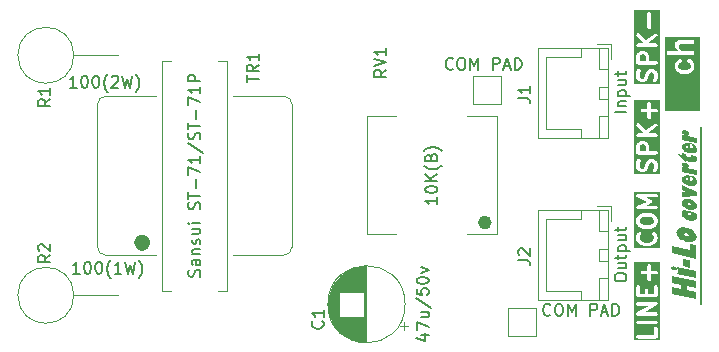
<source format=gbr>
%TF.GenerationSoftware,KiCad,Pcbnew,9.0.6*%
%TF.CreationDate,2026-01-11T11:57:00+09:00*%
%TF.ProjectId,Hi-Lo_converter,48692d4c-6f5f-4636-9f6e-766572746572,rev?*%
%TF.SameCoordinates,Original*%
%TF.FileFunction,Legend,Top*%
%TF.FilePolarity,Positive*%
%FSLAX46Y46*%
G04 Gerber Fmt 4.6, Leading zero omitted, Abs format (unit mm)*
G04 Created by KiCad (PCBNEW 9.0.6) date 2026-01-11 11:57:00*
%MOMM*%
%LPD*%
G01*
G04 APERTURE LIST*
%ADD10C,0.710000*%
%ADD11C,0.150000*%
%ADD12C,0.300000*%
%ADD13C,0.120000*%
%ADD14C,0.560000*%
G04 APERTURE END LIST*
D10*
X177520000Y-46355000D02*
G75*
G02*
X176810000Y-46355000I-355000J0D01*
G01*
X176810000Y-46355000D02*
G75*
G02*
X177520000Y-46355000I355000J0D01*
G01*
D11*
X224500000Y-51500000D02*
X224500000Y-36514000D01*
X211728207Y-52429580D02*
X211680588Y-52477200D01*
X211680588Y-52477200D02*
X211537731Y-52524819D01*
X211537731Y-52524819D02*
X211442493Y-52524819D01*
X211442493Y-52524819D02*
X211299636Y-52477200D01*
X211299636Y-52477200D02*
X211204398Y-52381961D01*
X211204398Y-52381961D02*
X211156779Y-52286723D01*
X211156779Y-52286723D02*
X211109160Y-52096247D01*
X211109160Y-52096247D02*
X211109160Y-51953390D01*
X211109160Y-51953390D02*
X211156779Y-51762914D01*
X211156779Y-51762914D02*
X211204398Y-51667676D01*
X211204398Y-51667676D02*
X211299636Y-51572438D01*
X211299636Y-51572438D02*
X211442493Y-51524819D01*
X211442493Y-51524819D02*
X211537731Y-51524819D01*
X211537731Y-51524819D02*
X211680588Y-51572438D01*
X211680588Y-51572438D02*
X211728207Y-51620057D01*
X212347255Y-51524819D02*
X212537731Y-51524819D01*
X212537731Y-51524819D02*
X212632969Y-51572438D01*
X212632969Y-51572438D02*
X212728207Y-51667676D01*
X212728207Y-51667676D02*
X212775826Y-51858152D01*
X212775826Y-51858152D02*
X212775826Y-52191485D01*
X212775826Y-52191485D02*
X212728207Y-52381961D01*
X212728207Y-52381961D02*
X212632969Y-52477200D01*
X212632969Y-52477200D02*
X212537731Y-52524819D01*
X212537731Y-52524819D02*
X212347255Y-52524819D01*
X212347255Y-52524819D02*
X212252017Y-52477200D01*
X212252017Y-52477200D02*
X212156779Y-52381961D01*
X212156779Y-52381961D02*
X212109160Y-52191485D01*
X212109160Y-52191485D02*
X212109160Y-51858152D01*
X212109160Y-51858152D02*
X212156779Y-51667676D01*
X212156779Y-51667676D02*
X212252017Y-51572438D01*
X212252017Y-51572438D02*
X212347255Y-51524819D01*
X213204398Y-52524819D02*
X213204398Y-51524819D01*
X213204398Y-51524819D02*
X213537731Y-52239104D01*
X213537731Y-52239104D02*
X213871064Y-51524819D01*
X213871064Y-51524819D02*
X213871064Y-52524819D01*
X215109160Y-52524819D02*
X215109160Y-51524819D01*
X215109160Y-51524819D02*
X215490112Y-51524819D01*
X215490112Y-51524819D02*
X215585350Y-51572438D01*
X215585350Y-51572438D02*
X215632969Y-51620057D01*
X215632969Y-51620057D02*
X215680588Y-51715295D01*
X215680588Y-51715295D02*
X215680588Y-51858152D01*
X215680588Y-51858152D02*
X215632969Y-51953390D01*
X215632969Y-51953390D02*
X215585350Y-52001009D01*
X215585350Y-52001009D02*
X215490112Y-52048628D01*
X215490112Y-52048628D02*
X215109160Y-52048628D01*
X216061541Y-52239104D02*
X216537731Y-52239104D01*
X215966303Y-52524819D02*
X216299636Y-51524819D01*
X216299636Y-51524819D02*
X216632969Y-52524819D01*
X216966303Y-52524819D02*
X216966303Y-51524819D01*
X216966303Y-51524819D02*
X217204398Y-51524819D01*
X217204398Y-51524819D02*
X217347255Y-51572438D01*
X217347255Y-51572438D02*
X217442493Y-51667676D01*
X217442493Y-51667676D02*
X217490112Y-51762914D01*
X217490112Y-51762914D02*
X217537731Y-51953390D01*
X217537731Y-51953390D02*
X217537731Y-52096247D01*
X217537731Y-52096247D02*
X217490112Y-52286723D01*
X217490112Y-52286723D02*
X217442493Y-52381961D01*
X217442493Y-52381961D02*
X217347255Y-52477200D01*
X217347255Y-52477200D02*
X217204398Y-52524819D01*
X217204398Y-52524819D02*
X216966303Y-52524819D01*
D12*
G36*
X224391231Y-35222222D02*
G01*
X221403730Y-35222222D01*
X221403730Y-35000000D01*
X224048841Y-35000000D01*
X224169009Y-35000000D01*
X224169009Y-32201953D01*
X224048841Y-32201953D01*
X224048841Y-35000000D01*
X221403730Y-35000000D01*
X221403730Y-31369330D01*
X222266845Y-31369330D01*
X222279537Y-31516312D01*
X222315870Y-31643659D01*
X222374697Y-31754992D01*
X222456866Y-31852930D01*
X222547109Y-31926672D01*
X222651688Y-31985294D01*
X222772760Y-32028848D01*
X222913109Y-32056414D01*
X223076022Y-32066154D01*
X223251730Y-32054816D01*
X223401032Y-32022880D01*
X223528085Y-31972571D01*
X223636315Y-31904832D01*
X223721967Y-31825057D01*
X223788182Y-31733626D01*
X223836316Y-31628951D01*
X223866352Y-31508573D01*
X223876894Y-31369330D01*
X223863893Y-31218744D01*
X223826986Y-31090831D01*
X223767718Y-30981350D01*
X223698827Y-30899871D01*
X223614260Y-30832647D01*
X223511866Y-30779037D01*
X223388531Y-30739549D01*
X223298527Y-31067445D01*
X223425924Y-31099521D01*
X223514188Y-31145452D01*
X223572894Y-31203075D01*
X223607829Y-31273550D01*
X223620073Y-31361147D01*
X223606422Y-31461113D01*
X223567655Y-31540954D01*
X223502870Y-31605695D01*
X223405897Y-31656811D01*
X223266316Y-31691956D01*
X223070526Y-31705408D01*
X222875923Y-31691984D01*
X222737113Y-31656904D01*
X222640601Y-31605848D01*
X222576062Y-31541129D01*
X222537408Y-31461241D01*
X222523789Y-31361147D01*
X222535363Y-31281972D01*
X222568685Y-31217447D01*
X222625389Y-31163835D01*
X222711685Y-31120357D01*
X222837397Y-31089305D01*
X222759239Y-30747732D01*
X222618519Y-30791912D01*
X222504291Y-30855774D01*
X222412170Y-30938974D01*
X222350089Y-31025279D01*
X222304932Y-31124115D01*
X222276742Y-31237804D01*
X222266845Y-31369330D01*
X221403730Y-31369330D01*
X221403730Y-30077041D01*
X221625952Y-30077041D01*
X221625952Y-30429605D01*
X223837815Y-30429605D01*
X223837815Y-30077041D01*
X222833244Y-30077041D01*
X222729840Y-30003242D01*
X222650917Y-29921336D01*
X222603257Y-29848956D01*
X222577025Y-29782189D01*
X222568729Y-29719103D01*
X222579282Y-29641757D01*
X222608262Y-29585121D01*
X222655495Y-29543812D01*
X222725757Y-29516445D01*
X222827749Y-29506001D01*
X223837815Y-29506001D01*
X223837815Y-29145376D01*
X222726999Y-29145376D01*
X222596912Y-29158493D01*
X222490374Y-29195389D01*
X222402400Y-29254675D01*
X222343942Y-29319134D01*
X222302022Y-29393978D01*
X222275998Y-29481263D01*
X222266845Y-29583914D01*
X222277804Y-29692544D01*
X222310395Y-29794421D01*
X222365568Y-29891617D01*
X222446024Y-29985582D01*
X222556029Y-30077041D01*
X221625952Y-30077041D01*
X221403730Y-30077041D01*
X221403730Y-28923154D01*
X224391231Y-28923154D01*
X224391231Y-35222222D01*
G37*
D11*
X203473207Y-31601580D02*
X203425588Y-31649200D01*
X203425588Y-31649200D02*
X203282731Y-31696819D01*
X203282731Y-31696819D02*
X203187493Y-31696819D01*
X203187493Y-31696819D02*
X203044636Y-31649200D01*
X203044636Y-31649200D02*
X202949398Y-31553961D01*
X202949398Y-31553961D02*
X202901779Y-31458723D01*
X202901779Y-31458723D02*
X202854160Y-31268247D01*
X202854160Y-31268247D02*
X202854160Y-31125390D01*
X202854160Y-31125390D02*
X202901779Y-30934914D01*
X202901779Y-30934914D02*
X202949398Y-30839676D01*
X202949398Y-30839676D02*
X203044636Y-30744438D01*
X203044636Y-30744438D02*
X203187493Y-30696819D01*
X203187493Y-30696819D02*
X203282731Y-30696819D01*
X203282731Y-30696819D02*
X203425588Y-30744438D01*
X203425588Y-30744438D02*
X203473207Y-30792057D01*
X204092255Y-30696819D02*
X204282731Y-30696819D01*
X204282731Y-30696819D02*
X204377969Y-30744438D01*
X204377969Y-30744438D02*
X204473207Y-30839676D01*
X204473207Y-30839676D02*
X204520826Y-31030152D01*
X204520826Y-31030152D02*
X204520826Y-31363485D01*
X204520826Y-31363485D02*
X204473207Y-31553961D01*
X204473207Y-31553961D02*
X204377969Y-31649200D01*
X204377969Y-31649200D02*
X204282731Y-31696819D01*
X204282731Y-31696819D02*
X204092255Y-31696819D01*
X204092255Y-31696819D02*
X203997017Y-31649200D01*
X203997017Y-31649200D02*
X203901779Y-31553961D01*
X203901779Y-31553961D02*
X203854160Y-31363485D01*
X203854160Y-31363485D02*
X203854160Y-31030152D01*
X203854160Y-31030152D02*
X203901779Y-30839676D01*
X203901779Y-30839676D02*
X203997017Y-30744438D01*
X203997017Y-30744438D02*
X204092255Y-30696819D01*
X204949398Y-31696819D02*
X204949398Y-30696819D01*
X204949398Y-30696819D02*
X205282731Y-31411104D01*
X205282731Y-31411104D02*
X205616064Y-30696819D01*
X205616064Y-30696819D02*
X205616064Y-31696819D01*
X206854160Y-31696819D02*
X206854160Y-30696819D01*
X206854160Y-30696819D02*
X207235112Y-30696819D01*
X207235112Y-30696819D02*
X207330350Y-30744438D01*
X207330350Y-30744438D02*
X207377969Y-30792057D01*
X207377969Y-30792057D02*
X207425588Y-30887295D01*
X207425588Y-30887295D02*
X207425588Y-31030152D01*
X207425588Y-31030152D02*
X207377969Y-31125390D01*
X207377969Y-31125390D02*
X207330350Y-31173009D01*
X207330350Y-31173009D02*
X207235112Y-31220628D01*
X207235112Y-31220628D02*
X206854160Y-31220628D01*
X207806541Y-31411104D02*
X208282731Y-31411104D01*
X207711303Y-31696819D02*
X208044636Y-30696819D01*
X208044636Y-30696819D02*
X208377969Y-31696819D01*
X208711303Y-31696819D02*
X208711303Y-30696819D01*
X208711303Y-30696819D02*
X208949398Y-30696819D01*
X208949398Y-30696819D02*
X209092255Y-30744438D01*
X209092255Y-30744438D02*
X209187493Y-30839676D01*
X209187493Y-30839676D02*
X209235112Y-30934914D01*
X209235112Y-30934914D02*
X209282731Y-31125390D01*
X209282731Y-31125390D02*
X209282731Y-31268247D01*
X209282731Y-31268247D02*
X209235112Y-31458723D01*
X209235112Y-31458723D02*
X209187493Y-31553961D01*
X209187493Y-31553961D02*
X209092255Y-31649200D01*
X209092255Y-31649200D02*
X208949398Y-31696819D01*
X208949398Y-31696819D02*
X208711303Y-31696819D01*
D12*
G36*
X219696330Y-38070930D02*
G01*
X219733335Y-38107935D01*
X219778042Y-38197348D01*
X219778042Y-38583368D01*
X219292328Y-38583368D01*
X219292328Y-38197349D01*
X219337035Y-38107934D01*
X219374039Y-38070930D01*
X219463452Y-38026225D01*
X219606918Y-38026225D01*
X219696330Y-38070930D01*
G37*
G36*
X220958995Y-40550034D02*
G01*
X218825661Y-40550034D01*
X218825661Y-39590510D01*
X218992328Y-39590510D01*
X218992328Y-39947653D01*
X218995210Y-39976917D01*
X218997273Y-39981897D01*
X218997655Y-39987272D01*
X219008164Y-40014735D01*
X219079593Y-40157592D01*
X219087521Y-40170187D01*
X219089036Y-40173844D01*
X219092415Y-40177961D01*
X219095258Y-40182478D01*
X219098252Y-40185075D01*
X219107690Y-40196575D01*
X219179118Y-40268004D01*
X219190623Y-40277446D01*
X219193218Y-40280438D01*
X219197728Y-40283277D01*
X219201849Y-40286659D01*
X219205508Y-40288174D01*
X219218103Y-40296103D01*
X219360961Y-40367531D01*
X219388424Y-40378041D01*
X219393799Y-40378422D01*
X219398778Y-40380485D01*
X219428042Y-40383367D01*
X219570900Y-40383367D01*
X219600164Y-40380485D01*
X219605142Y-40378422D01*
X219610518Y-40378041D01*
X219637982Y-40367531D01*
X219780839Y-40296103D01*
X219793434Y-40288174D01*
X219797093Y-40286659D01*
X219801210Y-40283279D01*
X219805725Y-40280438D01*
X219808321Y-40277443D01*
X219819824Y-40268004D01*
X219891252Y-40196575D01*
X219900690Y-40185074D01*
X219903684Y-40182478D01*
X219906524Y-40177965D01*
X219909906Y-40173845D01*
X219911421Y-40170185D01*
X219919349Y-40157592D01*
X219990778Y-40014736D01*
X219991597Y-40012593D01*
X219992242Y-40011724D01*
X219996626Y-39999452D01*
X220001287Y-39987272D01*
X220001363Y-39986191D01*
X220002135Y-39984033D01*
X220069568Y-39714295D01*
X220122749Y-39607935D01*
X220159754Y-39570930D01*
X220249167Y-39526224D01*
X220321204Y-39526224D01*
X220410617Y-39570931D01*
X220447621Y-39607935D01*
X220492328Y-39697348D01*
X220492328Y-39994739D01*
X220428597Y-40185933D01*
X220422077Y-40214607D01*
X220426227Y-40272987D01*
X220452401Y-40325334D01*
X220496615Y-40363681D01*
X220552140Y-40382190D01*
X220610520Y-40378040D01*
X220662867Y-40351866D01*
X220701214Y-40307652D01*
X220713203Y-40280801D01*
X220784631Y-40066516D01*
X220787929Y-40052006D01*
X220789446Y-40048346D01*
X220789968Y-40043037D01*
X220791150Y-40037842D01*
X220790869Y-40033893D01*
X220792328Y-40019082D01*
X220792328Y-39661939D01*
X220789446Y-39632675D01*
X220787383Y-39627696D01*
X220787002Y-39622321D01*
X220776492Y-39594858D01*
X220705064Y-39452000D01*
X220697137Y-39439408D01*
X220695621Y-39435747D01*
X220692237Y-39431624D01*
X220689399Y-39427115D01*
X220686407Y-39424520D01*
X220676966Y-39413016D01*
X220605537Y-39341587D01*
X220594035Y-39332147D01*
X220591439Y-39329154D01*
X220586925Y-39326313D01*
X220582806Y-39322932D01*
X220579146Y-39321416D01*
X220566553Y-39313489D01*
X220423696Y-39242060D01*
X220396233Y-39231551D01*
X220390858Y-39231169D01*
X220385878Y-39229106D01*
X220356614Y-39226224D01*
X220213757Y-39226224D01*
X220184493Y-39229106D01*
X220179512Y-39231169D01*
X220174138Y-39231551D01*
X220146674Y-39242060D01*
X220003818Y-39313489D01*
X219991224Y-39321416D01*
X219987565Y-39322932D01*
X219983445Y-39326313D01*
X219978932Y-39329154D01*
X219976335Y-39332148D01*
X219964834Y-39341587D01*
X219893405Y-39413016D01*
X219883965Y-39424517D01*
X219880972Y-39427114D01*
X219878131Y-39431627D01*
X219874750Y-39435747D01*
X219873234Y-39439406D01*
X219865307Y-39452000D01*
X219793878Y-39594857D01*
X219793058Y-39596997D01*
X219792414Y-39597868D01*
X219788027Y-39610145D01*
X219783369Y-39622320D01*
X219783292Y-39623400D01*
X219782521Y-39625559D01*
X219715086Y-39895296D01*
X219661906Y-40001656D01*
X219624901Y-40038661D01*
X219535490Y-40083367D01*
X219463452Y-40083367D01*
X219374039Y-40038661D01*
X219337035Y-40001657D01*
X219292328Y-39912242D01*
X219292328Y-39614850D01*
X219356059Y-39423659D01*
X219362579Y-39394985D01*
X219358430Y-39336605D01*
X219332256Y-39284258D01*
X219288042Y-39245910D01*
X219232518Y-39227402D01*
X219174138Y-39231551D01*
X219121790Y-39257725D01*
X219083443Y-39301939D01*
X219071454Y-39328790D01*
X219000026Y-39543076D01*
X218996727Y-39557583D01*
X218995210Y-39561246D01*
X218994687Y-39566554D01*
X218993506Y-39571749D01*
X218993786Y-39575698D01*
X218992328Y-39590510D01*
X218825661Y-39590510D01*
X218825661Y-38161939D01*
X218992328Y-38161939D01*
X218992328Y-38733368D01*
X218995210Y-38762632D01*
X219017608Y-38816704D01*
X219058992Y-38858088D01*
X219113064Y-38880486D01*
X219142328Y-38883368D01*
X220642328Y-38883368D01*
X220671592Y-38880486D01*
X220725664Y-38858088D01*
X220767048Y-38816704D01*
X220789446Y-38762632D01*
X220789446Y-38704104D01*
X220767048Y-38650032D01*
X220725664Y-38608648D01*
X220671592Y-38586250D01*
X220642328Y-38583368D01*
X220078042Y-38583368D01*
X220078042Y-38161939D01*
X220075160Y-38132675D01*
X220073097Y-38127696D01*
X220072716Y-38122321D01*
X220062206Y-38094858D01*
X219990778Y-37952000D01*
X219982851Y-37939408D01*
X219981335Y-37935747D01*
X219977951Y-37931624D01*
X219975113Y-37927115D01*
X219972121Y-37924520D01*
X219962680Y-37913016D01*
X219891251Y-37841587D01*
X219879749Y-37832147D01*
X219877153Y-37829154D01*
X219872639Y-37826313D01*
X219868520Y-37822932D01*
X219864860Y-37821416D01*
X219852267Y-37813489D01*
X219709410Y-37742061D01*
X219681946Y-37731551D01*
X219676570Y-37731169D01*
X219671592Y-37729107D01*
X219642328Y-37726225D01*
X219428042Y-37726225D01*
X219398778Y-37729107D01*
X219393799Y-37731169D01*
X219388424Y-37731551D01*
X219360961Y-37742061D01*
X219218103Y-37813489D01*
X219205508Y-37821417D01*
X219201849Y-37822933D01*
X219197728Y-37826314D01*
X219193218Y-37829154D01*
X219190623Y-37832145D01*
X219179118Y-37841588D01*
X219107690Y-37913017D01*
X219098252Y-37924516D01*
X219095258Y-37927114D01*
X219092415Y-37931630D01*
X219089036Y-37935748D01*
X219087521Y-37939404D01*
X219079593Y-37952000D01*
X219008164Y-38094857D01*
X218997655Y-38122320D01*
X218997273Y-38127694D01*
X218995210Y-38132675D01*
X218992328Y-38161939D01*
X218825661Y-38161939D01*
X218825661Y-36346962D01*
X218995210Y-36346962D01*
X218995210Y-36405488D01*
X219017607Y-36459560D01*
X219036262Y-36482291D01*
X219637339Y-37083368D01*
X219142328Y-37083368D01*
X219113064Y-37086250D01*
X219058992Y-37108648D01*
X219017608Y-37150032D01*
X218995210Y-37204104D01*
X218995210Y-37262632D01*
X219017608Y-37316704D01*
X219058992Y-37358088D01*
X219113064Y-37380486D01*
X219142328Y-37383368D01*
X220642328Y-37383368D01*
X220671592Y-37380486D01*
X220725664Y-37358088D01*
X220767048Y-37316704D01*
X220789446Y-37262632D01*
X220789446Y-37204104D01*
X220767048Y-37150032D01*
X220725664Y-37108648D01*
X220671592Y-37086250D01*
X220642328Y-37083368D01*
X220061603Y-37083368D01*
X220013546Y-37035311D01*
X220732328Y-36496225D01*
X220754010Y-36476361D01*
X220783829Y-36425999D01*
X220792106Y-36368062D01*
X220777581Y-36311365D01*
X220742464Y-36264543D01*
X220692103Y-36234724D01*
X220634165Y-36226447D01*
X220577469Y-36240972D01*
X220552328Y-36256225D01*
X219799260Y-36821025D01*
X219248394Y-36270159D01*
X219225663Y-36251504D01*
X219171591Y-36229107D01*
X219113065Y-36229107D01*
X219058993Y-36251504D01*
X219017607Y-36292890D01*
X218995210Y-36346962D01*
X218825661Y-36346962D01*
X218825661Y-35132675D01*
X219352353Y-35132675D01*
X219352353Y-35191203D01*
X219374751Y-35245275D01*
X219416135Y-35286659D01*
X219470207Y-35309057D01*
X219499471Y-35311939D01*
X219920900Y-35311939D01*
X219920900Y-35733368D01*
X219923782Y-35762632D01*
X219946180Y-35816704D01*
X219987564Y-35858088D01*
X220041636Y-35880486D01*
X220100164Y-35880486D01*
X220154236Y-35858088D01*
X220195620Y-35816704D01*
X220218018Y-35762632D01*
X220220900Y-35733368D01*
X220220900Y-35311939D01*
X220642328Y-35311939D01*
X220671592Y-35309057D01*
X220725664Y-35286659D01*
X220767048Y-35245275D01*
X220789446Y-35191203D01*
X220789446Y-35132675D01*
X220767048Y-35078603D01*
X220725664Y-35037219D01*
X220671592Y-35014821D01*
X220642328Y-35011939D01*
X220220900Y-35011939D01*
X220220900Y-34590511D01*
X220218018Y-34561247D01*
X220195620Y-34507175D01*
X220154236Y-34465791D01*
X220100164Y-34443393D01*
X220041636Y-34443393D01*
X219987564Y-34465791D01*
X219946180Y-34507175D01*
X219923782Y-34561247D01*
X219920900Y-34590511D01*
X219920900Y-35011939D01*
X219499471Y-35011939D01*
X219470207Y-35014821D01*
X219416135Y-35037219D01*
X219374751Y-35078603D01*
X219352353Y-35132675D01*
X218825661Y-35132675D01*
X218825661Y-34276726D01*
X220958995Y-34276726D01*
X220958995Y-40550034D01*
G37*
G36*
X220958995Y-54626156D02*
G01*
X218825661Y-54626156D01*
X218825661Y-54280225D01*
X218995210Y-54280225D01*
X218995210Y-54338753D01*
X219017608Y-54392825D01*
X219058992Y-54434209D01*
X219113064Y-54456607D01*
X219142328Y-54459489D01*
X220642328Y-54459489D01*
X220671592Y-54456607D01*
X220725664Y-54434209D01*
X220767048Y-54392825D01*
X220789446Y-54338753D01*
X220792328Y-54309489D01*
X220792328Y-53595203D01*
X220789446Y-53565939D01*
X220767048Y-53511867D01*
X220725664Y-53470483D01*
X220671592Y-53448085D01*
X220613064Y-53448085D01*
X220558992Y-53470483D01*
X220517608Y-53511867D01*
X220495210Y-53565939D01*
X220492328Y-53595203D01*
X220492328Y-54159489D01*
X219142328Y-54159489D01*
X219113064Y-54162371D01*
X219058992Y-54184769D01*
X219017608Y-54226153D01*
X218995210Y-54280225D01*
X218825661Y-54280225D01*
X218825661Y-53065939D01*
X218995210Y-53065939D01*
X218995210Y-53124467D01*
X219017608Y-53178539D01*
X219058992Y-53219923D01*
X219113064Y-53242321D01*
X219142328Y-53245203D01*
X220642328Y-53245203D01*
X220671592Y-53242321D01*
X220725664Y-53219923D01*
X220767048Y-53178539D01*
X220789446Y-53124467D01*
X220789446Y-53065939D01*
X220767048Y-53011867D01*
X220725664Y-52970483D01*
X220671592Y-52948085D01*
X220642328Y-52945203D01*
X219142328Y-52945203D01*
X219113064Y-52948085D01*
X219058992Y-52970483D01*
X219017608Y-53011867D01*
X218995210Y-53065939D01*
X218825661Y-53065939D01*
X218825661Y-52370440D01*
X218992694Y-52370440D01*
X218995210Y-52390231D01*
X218995210Y-52410181D01*
X218998869Y-52419014D01*
X219000075Y-52428500D01*
X219009973Y-52445822D01*
X219017608Y-52464253D01*
X219024368Y-52471013D01*
X219029113Y-52479316D01*
X219044884Y-52491529D01*
X219058992Y-52505637D01*
X219067827Y-52509296D01*
X219075387Y-52515151D01*
X219094631Y-52520399D01*
X219113064Y-52528035D01*
X219128030Y-52529508D01*
X219131851Y-52530551D01*
X219134802Y-52530175D01*
X219142328Y-52530917D01*
X220642328Y-52530917D01*
X220671592Y-52528035D01*
X220725664Y-52505637D01*
X220767048Y-52464253D01*
X220789446Y-52410181D01*
X220789446Y-52351653D01*
X220767048Y-52297581D01*
X220725664Y-52256197D01*
X220671592Y-52233799D01*
X220642328Y-52230917D01*
X219707162Y-52230917D01*
X220716749Y-51654010D01*
X220722916Y-51649632D01*
X220725664Y-51648494D01*
X220728463Y-51645694D01*
X220740727Y-51636989D01*
X220752942Y-51621215D01*
X220767048Y-51607110D01*
X220770706Y-51598276D01*
X220776563Y-51590715D01*
X220781812Y-51571466D01*
X220789446Y-51553038D01*
X220789446Y-51543476D01*
X220791962Y-51534251D01*
X220789446Y-51514459D01*
X220789446Y-51494510D01*
X220785786Y-51485676D01*
X220784581Y-51476191D01*
X220774682Y-51458868D01*
X220767048Y-51440438D01*
X220760287Y-51433677D01*
X220755543Y-51425375D01*
X220739771Y-51413161D01*
X220725664Y-51399054D01*
X220716828Y-51395394D01*
X220709269Y-51389540D01*
X220690024Y-51384291D01*
X220671592Y-51376656D01*
X220656627Y-51375182D01*
X220652806Y-51374140D01*
X220649854Y-51374515D01*
X220642328Y-51373774D01*
X219142328Y-51373774D01*
X219113064Y-51376656D01*
X219058992Y-51399054D01*
X219017608Y-51440438D01*
X218995210Y-51494510D01*
X218995210Y-51553038D01*
X219017608Y-51607110D01*
X219058992Y-51648494D01*
X219113064Y-51670892D01*
X219142328Y-51673774D01*
X220077493Y-51673774D01*
X219067907Y-52250681D01*
X219061739Y-52255058D01*
X219058992Y-52256197D01*
X219056192Y-52258996D01*
X219043929Y-52267702D01*
X219031715Y-52283473D01*
X219017608Y-52297581D01*
X219013948Y-52306416D01*
X219008094Y-52313976D01*
X219002845Y-52333220D01*
X218995210Y-52351653D01*
X218995210Y-52361215D01*
X218992694Y-52370440D01*
X218825661Y-52370440D01*
X218825661Y-50095202D01*
X218992328Y-50095202D01*
X218992328Y-50809488D01*
X218995210Y-50838752D01*
X219017608Y-50892824D01*
X219058992Y-50934208D01*
X219113064Y-50956606D01*
X219142328Y-50959488D01*
X220642328Y-50959488D01*
X220671592Y-50956606D01*
X220725664Y-50934208D01*
X220767048Y-50892824D01*
X220789446Y-50838752D01*
X220792328Y-50809488D01*
X220792328Y-50095202D01*
X220789446Y-50065938D01*
X220767048Y-50011866D01*
X220725664Y-49970482D01*
X220671592Y-49948084D01*
X220613064Y-49948084D01*
X220558992Y-49970482D01*
X220517608Y-50011866D01*
X220495210Y-50065938D01*
X220492328Y-50095202D01*
X220492328Y-50659488D01*
X220006614Y-50659488D01*
X220006614Y-50309488D01*
X220003732Y-50280224D01*
X219981334Y-50226152D01*
X219939950Y-50184768D01*
X219885878Y-50162370D01*
X219827350Y-50162370D01*
X219773278Y-50184768D01*
X219731894Y-50226152D01*
X219709496Y-50280224D01*
X219706614Y-50309488D01*
X219706614Y-50659488D01*
X219292328Y-50659488D01*
X219292328Y-50095202D01*
X219289446Y-50065938D01*
X219267048Y-50011866D01*
X219225664Y-49970482D01*
X219171592Y-49948084D01*
X219113064Y-49948084D01*
X219058992Y-49970482D01*
X219017608Y-50011866D01*
X218995210Y-50065938D01*
X218992328Y-50095202D01*
X218825661Y-50095202D01*
X218825661Y-48851652D01*
X219352353Y-48851652D01*
X219352353Y-48910180D01*
X219374751Y-48964252D01*
X219416135Y-49005636D01*
X219470207Y-49028034D01*
X219499471Y-49030916D01*
X219920900Y-49030916D01*
X219920900Y-49452345D01*
X219923782Y-49481609D01*
X219946180Y-49535681D01*
X219987564Y-49577065D01*
X220041636Y-49599463D01*
X220100164Y-49599463D01*
X220154236Y-49577065D01*
X220195620Y-49535681D01*
X220218018Y-49481609D01*
X220220900Y-49452345D01*
X220220900Y-49030916D01*
X220642328Y-49030916D01*
X220671592Y-49028034D01*
X220725664Y-49005636D01*
X220767048Y-48964252D01*
X220789446Y-48910180D01*
X220789446Y-48851652D01*
X220767048Y-48797580D01*
X220725664Y-48756196D01*
X220671592Y-48733798D01*
X220642328Y-48730916D01*
X220220900Y-48730916D01*
X220220900Y-48309488D01*
X220218018Y-48280224D01*
X220195620Y-48226152D01*
X220154236Y-48184768D01*
X220100164Y-48162370D01*
X220041636Y-48162370D01*
X219987564Y-48184768D01*
X219946180Y-48226152D01*
X219923782Y-48280224D01*
X219920900Y-48309488D01*
X219920900Y-48730916D01*
X219499471Y-48730916D01*
X219470207Y-48733798D01*
X219416135Y-48756196D01*
X219374751Y-48797580D01*
X219352353Y-48851652D01*
X218825661Y-48851652D01*
X218825661Y-47995703D01*
X220958995Y-47995703D01*
X220958995Y-54626156D01*
G37*
D11*
G36*
X222929737Y-43578174D02*
G01*
X223469026Y-43690281D01*
X223415512Y-43764730D01*
X223386056Y-43834461D01*
X223376702Y-43901582D01*
X223384094Y-43957073D01*
X223404912Y-44000683D01*
X223438842Y-44033123D01*
X223486428Y-44051791D01*
X223538127Y-44052500D01*
X223574081Y-44032832D01*
X223596412Y-43995256D01*
X223605313Y-43929975D01*
X223600776Y-43870783D01*
X223586720Y-43808434D01*
X223564139Y-43749652D01*
X223536437Y-43704295D01*
X224069863Y-43815211D01*
X224103299Y-43904612D01*
X224123255Y-43996330D01*
X224129947Y-44091267D01*
X224123214Y-44182595D01*
X224104470Y-44257617D01*
X224075166Y-44319282D01*
X224035700Y-44369887D01*
X223968016Y-44425400D01*
X223889810Y-44464671D01*
X223798937Y-44488039D01*
X223703967Y-44496554D01*
X223604188Y-44493153D01*
X223498701Y-44477140D01*
X223378111Y-44445281D01*
X223267982Y-44402405D01*
X223167233Y-44348729D01*
X223074169Y-44283065D01*
X222997716Y-44211331D01*
X222936149Y-44133307D01*
X222888825Y-44046792D01*
X222861223Y-43959112D01*
X222852068Y-43868701D01*
X222856924Y-43796162D01*
X222872035Y-43718583D01*
X222896806Y-43643539D01*
X222929737Y-43578174D01*
G37*
G36*
X223366218Y-42630589D02*
G01*
X223492565Y-42649898D01*
X223614687Y-42681826D01*
X223724766Y-42723655D01*
X223824033Y-42775012D01*
X223915914Y-42837985D01*
X223990421Y-42906170D01*
X224049530Y-42979718D01*
X224094745Y-43061563D01*
X224121165Y-43144954D01*
X224129947Y-43231410D01*
X224120559Y-43315763D01*
X224093692Y-43386934D01*
X224049530Y-43447840D01*
X223991065Y-43496377D01*
X223916724Y-43533711D01*
X223823025Y-43559123D01*
X223725577Y-43569278D01*
X223616090Y-43565812D01*
X223492565Y-43546941D01*
X223370409Y-43515018D01*
X223260302Y-43473068D01*
X223161005Y-43421461D01*
X223069050Y-43358263D01*
X222994020Y-43289802D01*
X222934042Y-43215931D01*
X222887810Y-43133778D01*
X222866138Y-43066912D01*
X223338783Y-43066912D01*
X223347962Y-43105060D01*
X223377801Y-43141742D01*
X223421373Y-43169573D01*
X223480291Y-43188637D01*
X223539553Y-43193833D01*
X223581774Y-43184149D01*
X223611071Y-43160593D01*
X223620700Y-43125531D01*
X223611574Y-43087296D01*
X223581774Y-43049876D01*
X223538172Y-43021218D01*
X223480291Y-43002249D01*
X223420136Y-42997078D01*
X223377801Y-43007470D01*
X223348400Y-43031746D01*
X223338783Y-43066912D01*
X222866138Y-43066912D01*
X222860952Y-43050913D01*
X222852068Y-42965796D01*
X222861408Y-42881472D01*
X222888130Y-42810329D01*
X222932027Y-42749458D01*
X222990112Y-42700803D01*
X223064250Y-42663253D01*
X223157982Y-42637533D01*
X223255445Y-42627133D01*
X223366218Y-42630589D01*
G37*
G36*
X222875516Y-41855346D02*
G01*
X222875516Y-41440347D01*
X224106500Y-42050984D01*
X224106500Y-42363768D01*
X222875516Y-42462686D01*
X222875516Y-42047779D01*
X223231347Y-42025522D01*
X222875516Y-41855346D01*
G37*
G36*
X223398230Y-40643018D02*
G01*
X223538726Y-40665211D01*
X223578935Y-40673546D01*
X223578935Y-41102559D01*
X223639781Y-41096705D01*
X223687680Y-41081288D01*
X223725389Y-41057404D01*
X223754808Y-41024587D01*
X223772226Y-40986573D01*
X223778237Y-40941633D01*
X223769501Y-40874603D01*
X223742333Y-40806353D01*
X223699836Y-40743584D01*
X223641950Y-40686735D01*
X223858837Y-40731798D01*
X223962539Y-40817465D01*
X224038031Y-40904642D01*
X224089537Y-40993994D01*
X224119809Y-41086844D01*
X224129947Y-41185082D01*
X224120454Y-41276259D01*
X224093454Y-41352670D01*
X224049530Y-41417449D01*
X223990604Y-41469646D01*
X223915594Y-41509792D01*
X223821010Y-41537341D01*
X223722090Y-41548735D01*
X223609322Y-41545716D01*
X223480291Y-41526167D01*
X223361469Y-41495144D01*
X223253891Y-41454367D01*
X223156425Y-41404168D01*
X223065898Y-41342818D01*
X222992063Y-41276754D01*
X222933035Y-41205873D01*
X222887366Y-41126861D01*
X222860847Y-41046931D01*
X222852068Y-40964531D01*
X222854133Y-40946945D01*
X223162745Y-40946945D01*
X223174140Y-40983159D01*
X223215502Y-41024523D01*
X223273148Y-41056733D01*
X223348492Y-41079661D01*
X223362047Y-41082500D01*
X223362047Y-40885030D01*
X223274867Y-40876570D01*
X223216509Y-40884938D01*
X223185238Y-40900373D01*
X223168405Y-40920624D01*
X223162745Y-40946945D01*
X222854133Y-40946945D01*
X222861773Y-40881878D01*
X222889596Y-40812354D01*
X222935599Y-40752956D01*
X222995942Y-40706417D01*
X223074117Y-40670443D01*
X223174286Y-40646160D01*
X223277717Y-40637492D01*
X223398230Y-40643018D01*
G37*
G36*
X223462614Y-39857012D02*
G01*
X223455916Y-39901977D01*
X223436235Y-39940505D01*
X223402202Y-39974377D01*
X223350049Y-40004015D01*
X223411138Y-40048947D01*
X223503377Y-40090470D01*
X223636637Y-40126747D01*
X224106500Y-40224475D01*
X224106500Y-40645336D01*
X222875516Y-40389431D01*
X222875516Y-39968570D01*
X223137832Y-40023066D01*
X223137832Y-40019036D01*
X223016162Y-39948836D01*
X222934775Y-39880642D01*
X222893407Y-39828266D01*
X222870896Y-39779454D01*
X222863792Y-39732540D01*
X222873007Y-39681621D01*
X222899811Y-39641701D01*
X222947231Y-39610082D01*
X223004069Y-39592505D01*
X223073982Y-39587855D01*
X223160639Y-39598817D01*
X223248872Y-39623756D01*
X223321063Y-39657377D01*
X223379724Y-39699017D01*
X223427574Y-39751017D01*
X223454045Y-39803074D01*
X223462614Y-39857012D01*
G37*
G36*
X223221363Y-39015931D02*
G01*
X223487252Y-39071160D01*
X223546255Y-39077551D01*
X223584522Y-39070886D01*
X223610564Y-39051573D01*
X223619235Y-39020419D01*
X223611286Y-38984818D01*
X223584418Y-38945407D01*
X223530575Y-38899794D01*
X224019305Y-39001368D01*
X224060734Y-39062632D01*
X224091937Y-39128313D01*
X224111788Y-39196889D01*
X224118223Y-39263502D01*
X224111061Y-39328648D01*
X224090419Y-39384668D01*
X224056308Y-39433586D01*
X224011048Y-39473177D01*
X223953233Y-39504229D01*
X223880178Y-39526276D01*
X223803900Y-39535904D01*
X223717004Y-39534106D01*
X223617586Y-39519224D01*
X223221363Y-39436884D01*
X223221363Y-39609258D01*
X222517944Y-38869660D01*
X222875516Y-38944032D01*
X222875516Y-38767628D01*
X223221363Y-38839527D01*
X223221363Y-39015931D01*
G37*
G36*
X223398230Y-37887958D02*
G01*
X223538726Y-37910152D01*
X223578935Y-37918487D01*
X223578935Y-38347499D01*
X223639781Y-38341646D01*
X223687680Y-38326229D01*
X223725389Y-38302345D01*
X223754808Y-38269528D01*
X223772226Y-38231514D01*
X223778237Y-38186574D01*
X223769501Y-38119544D01*
X223742333Y-38051294D01*
X223699836Y-37988525D01*
X223641950Y-37931676D01*
X223858837Y-37976739D01*
X223962539Y-38062406D01*
X224038031Y-38149582D01*
X224089537Y-38238935D01*
X224119809Y-38331785D01*
X224129947Y-38430023D01*
X224120454Y-38521199D01*
X224093454Y-38597611D01*
X224049530Y-38662389D01*
X223990604Y-38714587D01*
X223915594Y-38754733D01*
X223821010Y-38782282D01*
X223722090Y-38793676D01*
X223609322Y-38790657D01*
X223480291Y-38771108D01*
X223361469Y-38740084D01*
X223253891Y-38699308D01*
X223156425Y-38649109D01*
X223065898Y-38587759D01*
X222992063Y-38521695D01*
X222933035Y-38450814D01*
X222887366Y-38371802D01*
X222860847Y-38291872D01*
X222852068Y-38209472D01*
X222854133Y-38191886D01*
X223162745Y-38191886D01*
X223174140Y-38228100D01*
X223215502Y-38269464D01*
X223273148Y-38301673D01*
X223348492Y-38324602D01*
X223362047Y-38327441D01*
X223362047Y-38129971D01*
X223274867Y-38121511D01*
X223216509Y-38129879D01*
X223185238Y-38145314D01*
X223168405Y-38165565D01*
X223162745Y-38191886D01*
X222854133Y-38191886D01*
X222861773Y-38126819D01*
X222889596Y-38057295D01*
X222935599Y-37997896D01*
X222995942Y-37951357D01*
X223074117Y-37915384D01*
X223174286Y-37891101D01*
X223277717Y-37882432D01*
X223398230Y-37887958D01*
G37*
G36*
X223462614Y-37087298D02*
G01*
X223455916Y-37132263D01*
X223436235Y-37170791D01*
X223402202Y-37204663D01*
X223350049Y-37234302D01*
X223411138Y-37279233D01*
X223503377Y-37320756D01*
X223636637Y-37357034D01*
X224106500Y-37454761D01*
X224106500Y-37875622D01*
X222875516Y-37619717D01*
X222875516Y-37198856D01*
X223137832Y-37253352D01*
X223137832Y-37249322D01*
X223016162Y-37179122D01*
X222934775Y-37110928D01*
X222893407Y-37058552D01*
X222870896Y-37009740D01*
X222863792Y-36962826D01*
X222873007Y-36911907D01*
X222899811Y-36871987D01*
X222947231Y-36840368D01*
X223004069Y-36822791D01*
X223073982Y-36818141D01*
X223160639Y-36829103D01*
X223248872Y-36854042D01*
X223321063Y-36887663D01*
X223379724Y-36929303D01*
X223427574Y-36981303D01*
X223454045Y-37033360D01*
X223462614Y-37087298D01*
G37*
D12*
G36*
X219696330Y-30450930D02*
G01*
X219733335Y-30487935D01*
X219778042Y-30577348D01*
X219778042Y-30963368D01*
X219292328Y-30963368D01*
X219292328Y-30577349D01*
X219337035Y-30487934D01*
X219374039Y-30450930D01*
X219463452Y-30406225D01*
X219606918Y-30406225D01*
X219696330Y-30450930D01*
G37*
G36*
X220958995Y-32930034D02*
G01*
X218825661Y-32930034D01*
X218825661Y-31970510D01*
X218992328Y-31970510D01*
X218992328Y-32327653D01*
X218995210Y-32356917D01*
X218997273Y-32361897D01*
X218997655Y-32367272D01*
X219008164Y-32394735D01*
X219079593Y-32537592D01*
X219087521Y-32550187D01*
X219089036Y-32553844D01*
X219092415Y-32557961D01*
X219095258Y-32562478D01*
X219098252Y-32565075D01*
X219107690Y-32576575D01*
X219179118Y-32648004D01*
X219190623Y-32657446D01*
X219193218Y-32660438D01*
X219197728Y-32663277D01*
X219201849Y-32666659D01*
X219205508Y-32668174D01*
X219218103Y-32676103D01*
X219360961Y-32747531D01*
X219388424Y-32758041D01*
X219393799Y-32758422D01*
X219398778Y-32760485D01*
X219428042Y-32763367D01*
X219570900Y-32763367D01*
X219600164Y-32760485D01*
X219605142Y-32758422D01*
X219610518Y-32758041D01*
X219637982Y-32747531D01*
X219780839Y-32676103D01*
X219793434Y-32668174D01*
X219797093Y-32666659D01*
X219801210Y-32663279D01*
X219805725Y-32660438D01*
X219808321Y-32657443D01*
X219819824Y-32648004D01*
X219891252Y-32576575D01*
X219900690Y-32565074D01*
X219903684Y-32562478D01*
X219906524Y-32557965D01*
X219909906Y-32553845D01*
X219911421Y-32550185D01*
X219919349Y-32537592D01*
X219990778Y-32394736D01*
X219991597Y-32392593D01*
X219992242Y-32391724D01*
X219996626Y-32379452D01*
X220001287Y-32367272D01*
X220001363Y-32366191D01*
X220002135Y-32364033D01*
X220069568Y-32094295D01*
X220122749Y-31987935D01*
X220159754Y-31950930D01*
X220249167Y-31906224D01*
X220321204Y-31906224D01*
X220410617Y-31950931D01*
X220447621Y-31987935D01*
X220492328Y-32077348D01*
X220492328Y-32374739D01*
X220428597Y-32565933D01*
X220422077Y-32594607D01*
X220426227Y-32652987D01*
X220452401Y-32705334D01*
X220496615Y-32743681D01*
X220552140Y-32762190D01*
X220610520Y-32758040D01*
X220662867Y-32731866D01*
X220701214Y-32687652D01*
X220713203Y-32660801D01*
X220784631Y-32446516D01*
X220787929Y-32432006D01*
X220789446Y-32428346D01*
X220789968Y-32423037D01*
X220791150Y-32417842D01*
X220790869Y-32413893D01*
X220792328Y-32399082D01*
X220792328Y-32041939D01*
X220789446Y-32012675D01*
X220787383Y-32007696D01*
X220787002Y-32002321D01*
X220776492Y-31974858D01*
X220705064Y-31832000D01*
X220697137Y-31819408D01*
X220695621Y-31815747D01*
X220692237Y-31811624D01*
X220689399Y-31807115D01*
X220686407Y-31804520D01*
X220676966Y-31793016D01*
X220605537Y-31721587D01*
X220594035Y-31712147D01*
X220591439Y-31709154D01*
X220586925Y-31706313D01*
X220582806Y-31702932D01*
X220579146Y-31701416D01*
X220566553Y-31693489D01*
X220423696Y-31622060D01*
X220396233Y-31611551D01*
X220390858Y-31611169D01*
X220385878Y-31609106D01*
X220356614Y-31606224D01*
X220213757Y-31606224D01*
X220184493Y-31609106D01*
X220179512Y-31611169D01*
X220174138Y-31611551D01*
X220146674Y-31622060D01*
X220003818Y-31693489D01*
X219991224Y-31701416D01*
X219987565Y-31702932D01*
X219983445Y-31706313D01*
X219978932Y-31709154D01*
X219976335Y-31712148D01*
X219964834Y-31721587D01*
X219893405Y-31793016D01*
X219883965Y-31804517D01*
X219880972Y-31807114D01*
X219878131Y-31811627D01*
X219874750Y-31815747D01*
X219873234Y-31819406D01*
X219865307Y-31832000D01*
X219793878Y-31974857D01*
X219793058Y-31976997D01*
X219792414Y-31977868D01*
X219788027Y-31990145D01*
X219783369Y-32002320D01*
X219783292Y-32003400D01*
X219782521Y-32005559D01*
X219715086Y-32275296D01*
X219661906Y-32381656D01*
X219624901Y-32418661D01*
X219535490Y-32463367D01*
X219463452Y-32463367D01*
X219374039Y-32418661D01*
X219337035Y-32381657D01*
X219292328Y-32292242D01*
X219292328Y-31994850D01*
X219356059Y-31803659D01*
X219362579Y-31774985D01*
X219358430Y-31716605D01*
X219332256Y-31664258D01*
X219288042Y-31625910D01*
X219232518Y-31607402D01*
X219174138Y-31611551D01*
X219121790Y-31637725D01*
X219083443Y-31681939D01*
X219071454Y-31708790D01*
X219000026Y-31923076D01*
X218996727Y-31937583D01*
X218995210Y-31941246D01*
X218994687Y-31946554D01*
X218993506Y-31951749D01*
X218993786Y-31955698D01*
X218992328Y-31970510D01*
X218825661Y-31970510D01*
X218825661Y-30541939D01*
X218992328Y-30541939D01*
X218992328Y-31113368D01*
X218995210Y-31142632D01*
X219017608Y-31196704D01*
X219058992Y-31238088D01*
X219113064Y-31260486D01*
X219142328Y-31263368D01*
X220642328Y-31263368D01*
X220671592Y-31260486D01*
X220725664Y-31238088D01*
X220767048Y-31196704D01*
X220789446Y-31142632D01*
X220789446Y-31084104D01*
X220767048Y-31030032D01*
X220725664Y-30988648D01*
X220671592Y-30966250D01*
X220642328Y-30963368D01*
X220078042Y-30963368D01*
X220078042Y-30541939D01*
X220075160Y-30512675D01*
X220073097Y-30507696D01*
X220072716Y-30502321D01*
X220062206Y-30474858D01*
X219990778Y-30332000D01*
X219982851Y-30319408D01*
X219981335Y-30315747D01*
X219977951Y-30311624D01*
X219975113Y-30307115D01*
X219972121Y-30304520D01*
X219962680Y-30293016D01*
X219891251Y-30221587D01*
X219879749Y-30212147D01*
X219877153Y-30209154D01*
X219872639Y-30206313D01*
X219868520Y-30202932D01*
X219864860Y-30201416D01*
X219852267Y-30193489D01*
X219709410Y-30122061D01*
X219681946Y-30111551D01*
X219676570Y-30111169D01*
X219671592Y-30109107D01*
X219642328Y-30106225D01*
X219428042Y-30106225D01*
X219398778Y-30109107D01*
X219393799Y-30111169D01*
X219388424Y-30111551D01*
X219360961Y-30122061D01*
X219218103Y-30193489D01*
X219205508Y-30201417D01*
X219201849Y-30202933D01*
X219197728Y-30206314D01*
X219193218Y-30209154D01*
X219190623Y-30212145D01*
X219179118Y-30221588D01*
X219107690Y-30293017D01*
X219098252Y-30304516D01*
X219095258Y-30307114D01*
X219092415Y-30311630D01*
X219089036Y-30315748D01*
X219087521Y-30319404D01*
X219079593Y-30332000D01*
X219008164Y-30474857D01*
X218997655Y-30502320D01*
X218997273Y-30507694D01*
X218995210Y-30512675D01*
X218992328Y-30541939D01*
X218825661Y-30541939D01*
X218825661Y-28726962D01*
X218995210Y-28726962D01*
X218995210Y-28785488D01*
X219017607Y-28839560D01*
X219036262Y-28862291D01*
X219637339Y-29463368D01*
X219142328Y-29463368D01*
X219113064Y-29466250D01*
X219058992Y-29488648D01*
X219017608Y-29530032D01*
X218995210Y-29584104D01*
X218995210Y-29642632D01*
X219017608Y-29696704D01*
X219058992Y-29738088D01*
X219113064Y-29760486D01*
X219142328Y-29763368D01*
X220642328Y-29763368D01*
X220671592Y-29760486D01*
X220725664Y-29738088D01*
X220767048Y-29696704D01*
X220789446Y-29642632D01*
X220789446Y-29584104D01*
X220767048Y-29530032D01*
X220725664Y-29488648D01*
X220671592Y-29466250D01*
X220642328Y-29463368D01*
X220061603Y-29463368D01*
X220013546Y-29415311D01*
X220732328Y-28876225D01*
X220754010Y-28856361D01*
X220783829Y-28805999D01*
X220792106Y-28748062D01*
X220777581Y-28691365D01*
X220742464Y-28644543D01*
X220692103Y-28614724D01*
X220634165Y-28606447D01*
X220577469Y-28620972D01*
X220552328Y-28636225D01*
X219799260Y-29201025D01*
X219248394Y-28650159D01*
X219225663Y-28631504D01*
X219171591Y-28609107D01*
X219113065Y-28609107D01*
X219058993Y-28631504D01*
X219017607Y-28672890D01*
X218995210Y-28726962D01*
X218825661Y-28726962D01*
X218825661Y-26970511D01*
X219920900Y-26970511D01*
X219920900Y-28113368D01*
X219923782Y-28142632D01*
X219946180Y-28196704D01*
X219987564Y-28238088D01*
X220041636Y-28260486D01*
X220100164Y-28260486D01*
X220154236Y-28238088D01*
X220195620Y-28196704D01*
X220218018Y-28142632D01*
X220220900Y-28113368D01*
X220220900Y-26970511D01*
X220218018Y-26941247D01*
X220195620Y-26887175D01*
X220154236Y-26845791D01*
X220100164Y-26823393D01*
X220041636Y-26823393D01*
X219987564Y-26845791D01*
X219946180Y-26887175D01*
X219923782Y-26941247D01*
X219920900Y-26970511D01*
X218825661Y-26970511D01*
X218825661Y-26656726D01*
X220958995Y-26656726D01*
X220958995Y-32930034D01*
G37*
D11*
G36*
X222739134Y-49932001D02*
G01*
X221973189Y-49772755D01*
X221973189Y-49157996D01*
X224060000Y-49591893D01*
X224060000Y-50206652D01*
X223286238Y-50045819D01*
X223286238Y-50358572D01*
X224060000Y-50519405D01*
X224060000Y-51132821D01*
X221973189Y-50698924D01*
X221973189Y-50085508D01*
X222739134Y-50244754D01*
X222739134Y-49932001D01*
G37*
G36*
X222418688Y-48568882D02*
G01*
X222411093Y-48608138D01*
X222388428Y-48640427D01*
X222347247Y-48667556D01*
X222271809Y-48687261D01*
X222178963Y-48680745D01*
X222087329Y-48649463D01*
X222011413Y-48597825D01*
X221970679Y-48552770D01*
X221948797Y-48510611D01*
X221941926Y-48469719D01*
X221949167Y-48432000D01*
X221970800Y-48400781D01*
X222010069Y-48374343D01*
X222082895Y-48355396D01*
X222178963Y-48362741D01*
X222269950Y-48393110D01*
X222347247Y-48443097D01*
X222389135Y-48486748D01*
X222411610Y-48528132D01*
X222418688Y-48568882D01*
G37*
G36*
X222504661Y-48698941D02*
G01*
X222499464Y-48622873D01*
X222483534Y-48544336D01*
X222456257Y-48469798D01*
X222418688Y-48407193D01*
X224060000Y-48748401D01*
X224060000Y-49312357D01*
X222418688Y-48971150D01*
X222454475Y-48920150D01*
X222482313Y-48854646D01*
X222498865Y-48782053D01*
X222504661Y-48698941D01*
G37*
G36*
X223528527Y-48447982D02*
G01*
X222950160Y-48327814D01*
X222950160Y-47687654D01*
X223528527Y-47807821D01*
X223528527Y-48447982D01*
G37*
G36*
X223536709Y-46432978D02*
G01*
X224060000Y-46541789D01*
X224060000Y-47694981D01*
X221973189Y-47261084D01*
X221973189Y-46647790D01*
X223536709Y-46972877D01*
X223536709Y-46432978D01*
G37*
G36*
X223072958Y-45037152D02*
G01*
X223241420Y-45062898D01*
X223404249Y-45105469D01*
X223551022Y-45161241D01*
X223683377Y-45229716D01*
X223805885Y-45313681D01*
X223905228Y-45404594D01*
X223984040Y-45502657D01*
X224044327Y-45611785D01*
X224079554Y-45722973D01*
X224091263Y-45838247D01*
X224078745Y-45950718D01*
X224042923Y-46045612D01*
X223984040Y-46126820D01*
X223906087Y-46191537D01*
X223806966Y-46241315D01*
X223682034Y-46275197D01*
X223552103Y-46288738D01*
X223406120Y-46284117D01*
X223241420Y-46258955D01*
X223078546Y-46216391D01*
X222931736Y-46160457D01*
X222799340Y-46091649D01*
X222676734Y-46007384D01*
X222576693Y-45916103D01*
X222496723Y-45817608D01*
X222435080Y-45708071D01*
X222406184Y-45618917D01*
X223036378Y-45618917D01*
X223048616Y-45669780D01*
X223088401Y-45718690D01*
X223146498Y-45755798D01*
X223225055Y-45781216D01*
X223304071Y-45788144D01*
X223360366Y-45775232D01*
X223399428Y-45743825D01*
X223412267Y-45697075D01*
X223400098Y-45646095D01*
X223360366Y-45596202D01*
X223302230Y-45557991D01*
X223225055Y-45532699D01*
X223144848Y-45525805D01*
X223088401Y-45539660D01*
X223049201Y-45572028D01*
X223036378Y-45618917D01*
X222406184Y-45618917D01*
X222399270Y-45597585D01*
X222387424Y-45484095D01*
X222399878Y-45371663D01*
X222435507Y-45276805D01*
X222494036Y-45195644D01*
X222571483Y-45130771D01*
X222670334Y-45080704D01*
X222795310Y-45046412D01*
X222925260Y-45032544D01*
X223072958Y-45037152D01*
G37*
D12*
G36*
X220351354Y-44213790D02*
G01*
X220447621Y-44310057D01*
X220492328Y-44399469D01*
X220492328Y-44614364D01*
X220447622Y-44703777D01*
X220351354Y-44800044D01*
X220123864Y-44856917D01*
X219660792Y-44856917D01*
X219433301Y-44800044D01*
X219337035Y-44703778D01*
X219292328Y-44614364D01*
X219292328Y-44399470D01*
X219337035Y-44310056D01*
X219433301Y-44213790D01*
X219660792Y-44156917D01*
X220123863Y-44156917D01*
X220351354Y-44213790D01*
G37*
G36*
X220958995Y-46823584D02*
G01*
X218825661Y-46823584D01*
X218825661Y-45864060D01*
X218992328Y-45864060D01*
X218992328Y-46006917D01*
X218993786Y-46021728D01*
X218993506Y-46025678D01*
X218994687Y-46030872D01*
X218995210Y-46036181D01*
X218996727Y-46039843D01*
X219000026Y-46054351D01*
X219071454Y-46268637D01*
X219083443Y-46295488D01*
X219086973Y-46299558D01*
X219089036Y-46304538D01*
X219107691Y-46327269D01*
X219250548Y-46470126D01*
X219262050Y-46479566D01*
X219264646Y-46482559D01*
X219269155Y-46485397D01*
X219273278Y-46488781D01*
X219276940Y-46490297D01*
X219289532Y-46498224D01*
X219432388Y-46569653D01*
X219434530Y-46570472D01*
X219435400Y-46571117D01*
X219447671Y-46575501D01*
X219459852Y-46580162D01*
X219460932Y-46580238D01*
X219463091Y-46581010D01*
X219748805Y-46652438D01*
X219753876Y-46653187D01*
X219755921Y-46654035D01*
X219766943Y-46655120D01*
X219777894Y-46656740D01*
X219780081Y-46656414D01*
X219785185Y-46656917D01*
X219999471Y-46656917D01*
X220004574Y-46656414D01*
X220006762Y-46656740D01*
X220017712Y-46655120D01*
X220028735Y-46654035D01*
X220030779Y-46653187D01*
X220035851Y-46652438D01*
X220321565Y-46581010D01*
X220323723Y-46580238D01*
X220324804Y-46580162D01*
X220336978Y-46575503D01*
X220349256Y-46571117D01*
X220350126Y-46570472D01*
X220352267Y-46569653D01*
X220495124Y-46498224D01*
X220507717Y-46490296D01*
X220511377Y-46488781D01*
X220515496Y-46485399D01*
X220520010Y-46482559D01*
X220522606Y-46479565D01*
X220534108Y-46470126D01*
X220676966Y-46327269D01*
X220695621Y-46304539D01*
X220697683Y-46299559D01*
X220701215Y-46295488D01*
X220713203Y-46268637D01*
X220784631Y-46054351D01*
X220787930Y-46039838D01*
X220789446Y-46036181D01*
X220789968Y-46030878D01*
X220791151Y-46025677D01*
X220790869Y-46021722D01*
X220792328Y-46006917D01*
X220792328Y-45864060D01*
X220790869Y-45849254D01*
X220791151Y-45845300D01*
X220789968Y-45840098D01*
X220789446Y-45834796D01*
X220787930Y-45831138D01*
X220784631Y-45816626D01*
X220713203Y-45602340D01*
X220701215Y-45575489D01*
X220697681Y-45571414D01*
X220695620Y-45566438D01*
X220676965Y-45543707D01*
X220605536Y-45472279D01*
X220582805Y-45453625D01*
X220528733Y-45431228D01*
X220470207Y-45431228D01*
X220416135Y-45453626D01*
X220374750Y-45495012D01*
X220352353Y-45549084D01*
X220352353Y-45607610D01*
X220374751Y-45661682D01*
X220393406Y-45684413D01*
X220439794Y-45730800D01*
X220492328Y-45888402D01*
X220492328Y-45982574D01*
X220439794Y-46140176D01*
X220339188Y-46240781D01*
X220232828Y-46293962D01*
X219981007Y-46356917D01*
X219803649Y-46356917D01*
X219551827Y-46293961D01*
X219445468Y-46240782D01*
X219344861Y-46140175D01*
X219292328Y-45982576D01*
X219292328Y-45888400D01*
X219344861Y-45730801D01*
X219391251Y-45684412D01*
X219409906Y-45661682D01*
X219432302Y-45607609D01*
X219432302Y-45549083D01*
X219409906Y-45495011D01*
X219368520Y-45453625D01*
X219314448Y-45431229D01*
X219255922Y-45431229D01*
X219201849Y-45453625D01*
X219179119Y-45472280D01*
X219107691Y-45543708D01*
X219089036Y-45566439D01*
X219086973Y-45571418D01*
X219083443Y-45575489D01*
X219071454Y-45602340D01*
X219000026Y-45816626D01*
X218996727Y-45831133D01*
X218995210Y-45834796D01*
X218994687Y-45840104D01*
X218993506Y-45845299D01*
X218993786Y-45849248D01*
X218992328Y-45864060D01*
X218825661Y-45864060D01*
X218825661Y-44364060D01*
X218992328Y-44364060D01*
X218992328Y-44649774D01*
X218995210Y-44679038D01*
X218997271Y-44684015D01*
X218997654Y-44689393D01*
X219008164Y-44716856D01*
X219079593Y-44859714D01*
X219087520Y-44872307D01*
X219089036Y-44875967D01*
X219092417Y-44880086D01*
X219095258Y-44884600D01*
X219098251Y-44887196D01*
X219107691Y-44898698D01*
X219250548Y-45041555D01*
X219273278Y-45060210D01*
X219283583Y-45064478D01*
X219292543Y-45071117D01*
X219320234Y-45081010D01*
X219605948Y-45152438D01*
X219611019Y-45153187D01*
X219613064Y-45154035D01*
X219624086Y-45155120D01*
X219635037Y-45156740D01*
X219637224Y-45156414D01*
X219642328Y-45156917D01*
X220142328Y-45156917D01*
X220147431Y-45156414D01*
X220149619Y-45156740D01*
X220160569Y-45155120D01*
X220171592Y-45154035D01*
X220173636Y-45153187D01*
X220178708Y-45152438D01*
X220464422Y-45081010D01*
X220492113Y-45071117D01*
X220501073Y-45064477D01*
X220511377Y-45060210D01*
X220534108Y-45041555D01*
X220676966Y-44898698D01*
X220686406Y-44887194D01*
X220689400Y-44884599D01*
X220692238Y-44880089D01*
X220695621Y-44875968D01*
X220697138Y-44872305D01*
X220705064Y-44859713D01*
X220776493Y-44716855D01*
X220787002Y-44689392D01*
X220787383Y-44684016D01*
X220789446Y-44679038D01*
X220792328Y-44649774D01*
X220792328Y-44364060D01*
X220789446Y-44334796D01*
X220787383Y-44329817D01*
X220787002Y-44324442D01*
X220776492Y-44296979D01*
X220705064Y-44154121D01*
X220697138Y-44141530D01*
X220695621Y-44137867D01*
X220692235Y-44133741D01*
X220689399Y-44129236D01*
X220686409Y-44126643D01*
X220676966Y-44115137D01*
X220534108Y-43972280D01*
X220511377Y-43953625D01*
X220501073Y-43949357D01*
X220492113Y-43942718D01*
X220464422Y-43932825D01*
X220178709Y-43861396D01*
X220173636Y-43860645D01*
X220171592Y-43859799D01*
X220160570Y-43858713D01*
X220149619Y-43857094D01*
X220147431Y-43857419D01*
X220142328Y-43856917D01*
X219642328Y-43856917D01*
X219637224Y-43857419D01*
X219635036Y-43857094D01*
X219624083Y-43858713D01*
X219613064Y-43859799D01*
X219611019Y-43860645D01*
X219605947Y-43861396D01*
X219320233Y-43932825D01*
X219292542Y-43942718D01*
X219283581Y-43949357D01*
X219273278Y-43953625D01*
X219250548Y-43972280D01*
X219107691Y-44115137D01*
X219098251Y-44126638D01*
X219095258Y-44129235D01*
X219092417Y-44133748D01*
X219089036Y-44137868D01*
X219087520Y-44141527D01*
X219079593Y-44154121D01*
X219008164Y-44296978D01*
X218997655Y-44324441D01*
X218997273Y-44329815D01*
X218995210Y-44334796D01*
X218992328Y-44364060D01*
X218825661Y-44364060D01*
X218825661Y-42386835D01*
X218994067Y-42386835D01*
X218995210Y-42389978D01*
X218995210Y-42393324D01*
X219005171Y-42417372D01*
X219014068Y-42441838D01*
X219016327Y-42444305D01*
X219017608Y-42447396D01*
X219036005Y-42465793D01*
X219053595Y-42485001D01*
X219057563Y-42487351D01*
X219058992Y-42488780D01*
X219062260Y-42490133D01*
X219078895Y-42499987D01*
X219859050Y-42864060D01*
X219078895Y-43228133D01*
X219062260Y-43237986D01*
X219058992Y-43239340D01*
X219057563Y-43240768D01*
X219053595Y-43243119D01*
X219036005Y-43262326D01*
X219017608Y-43280724D01*
X219016327Y-43283814D01*
X219014068Y-43286282D01*
X219005171Y-43310747D01*
X218995210Y-43334796D01*
X218995210Y-43338141D01*
X218994067Y-43341285D01*
X218995210Y-43367289D01*
X218995210Y-43393324D01*
X218996490Y-43396414D01*
X218996637Y-43399755D01*
X219007647Y-43423350D01*
X219017608Y-43447396D01*
X219019971Y-43449759D01*
X219021387Y-43452793D01*
X219040594Y-43470382D01*
X219058992Y-43488780D01*
X219062082Y-43490060D01*
X219064550Y-43492320D01*
X219089015Y-43501216D01*
X219113064Y-43511178D01*
X219117652Y-43511629D01*
X219119553Y-43512321D01*
X219123091Y-43512165D01*
X219142328Y-43514060D01*
X220642328Y-43514060D01*
X220671592Y-43511178D01*
X220725664Y-43488780D01*
X220767048Y-43447396D01*
X220789446Y-43393324D01*
X220789446Y-43334796D01*
X220767048Y-43280724D01*
X220725664Y-43239340D01*
X220671592Y-43216942D01*
X220642328Y-43214060D01*
X219818462Y-43214060D01*
X220277190Y-42999987D01*
X220287903Y-42993640D01*
X220291535Y-42992320D01*
X220294103Y-42989968D01*
X220302490Y-42985000D01*
X220317880Y-42968194D01*
X220334698Y-42952793D01*
X220337518Y-42946749D01*
X220342017Y-42941837D01*
X220349803Y-42920425D01*
X220359449Y-42899756D01*
X220359741Y-42893094D01*
X220362018Y-42886835D01*
X220361017Y-42864060D01*
X220362018Y-42841285D01*
X220359741Y-42835025D01*
X220359449Y-42828364D01*
X220349803Y-42807694D01*
X220342017Y-42786283D01*
X220337518Y-42781370D01*
X220334698Y-42775327D01*
X220317880Y-42759925D01*
X220302490Y-42743120D01*
X220294103Y-42738151D01*
X220291535Y-42735800D01*
X220287903Y-42734479D01*
X220277190Y-42728133D01*
X219818462Y-42514060D01*
X220642328Y-42514060D01*
X220671592Y-42511178D01*
X220725664Y-42488780D01*
X220767048Y-42447396D01*
X220789446Y-42393324D01*
X220789446Y-42334796D01*
X220767048Y-42280724D01*
X220725664Y-42239340D01*
X220671592Y-42216942D01*
X220642328Y-42214060D01*
X219142328Y-42214060D01*
X219123091Y-42215954D01*
X219119553Y-42215799D01*
X219117652Y-42216490D01*
X219113064Y-42216942D01*
X219089015Y-42226903D01*
X219064550Y-42235800D01*
X219062082Y-42238059D01*
X219058992Y-42239340D01*
X219040594Y-42257737D01*
X219021387Y-42275327D01*
X219019971Y-42278360D01*
X219017608Y-42280724D01*
X219007647Y-42304769D01*
X218996637Y-42328365D01*
X218996490Y-42331705D01*
X218995210Y-42334796D01*
X218995210Y-42360830D01*
X218994067Y-42386835D01*
X218825661Y-42386835D01*
X218825661Y-42047393D01*
X220958995Y-42047393D01*
X220958995Y-46823584D01*
G37*
D11*
X186017819Y-32757904D02*
X186017819Y-32186476D01*
X187017819Y-32472190D02*
X186017819Y-32472190D01*
X187017819Y-31281714D02*
X186541628Y-31615047D01*
X187017819Y-31853142D02*
X186017819Y-31853142D01*
X186017819Y-31853142D02*
X186017819Y-31472190D01*
X186017819Y-31472190D02*
X186065438Y-31376952D01*
X186065438Y-31376952D02*
X186113057Y-31329333D01*
X186113057Y-31329333D02*
X186208295Y-31281714D01*
X186208295Y-31281714D02*
X186351152Y-31281714D01*
X186351152Y-31281714D02*
X186446390Y-31329333D01*
X186446390Y-31329333D02*
X186494009Y-31376952D01*
X186494009Y-31376952D02*
X186541628Y-31472190D01*
X186541628Y-31472190D02*
X186541628Y-31853142D01*
X187017819Y-30329333D02*
X187017819Y-30900761D01*
X187017819Y-30615047D02*
X186017819Y-30615047D01*
X186017819Y-30615047D02*
X186160676Y-30710285D01*
X186160676Y-30710285D02*
X186255914Y-30805523D01*
X186255914Y-30805523D02*
X186303533Y-30900761D01*
X182017200Y-49220618D02*
X182064819Y-49077761D01*
X182064819Y-49077761D02*
X182064819Y-48839666D01*
X182064819Y-48839666D02*
X182017200Y-48744428D01*
X182017200Y-48744428D02*
X181969580Y-48696809D01*
X181969580Y-48696809D02*
X181874342Y-48649190D01*
X181874342Y-48649190D02*
X181779104Y-48649190D01*
X181779104Y-48649190D02*
X181683866Y-48696809D01*
X181683866Y-48696809D02*
X181636247Y-48744428D01*
X181636247Y-48744428D02*
X181588628Y-48839666D01*
X181588628Y-48839666D02*
X181541009Y-49030142D01*
X181541009Y-49030142D02*
X181493390Y-49125380D01*
X181493390Y-49125380D02*
X181445771Y-49172999D01*
X181445771Y-49172999D02*
X181350533Y-49220618D01*
X181350533Y-49220618D02*
X181255295Y-49220618D01*
X181255295Y-49220618D02*
X181160057Y-49172999D01*
X181160057Y-49172999D02*
X181112438Y-49125380D01*
X181112438Y-49125380D02*
X181064819Y-49030142D01*
X181064819Y-49030142D02*
X181064819Y-48792047D01*
X181064819Y-48792047D02*
X181112438Y-48649190D01*
X182064819Y-47792047D02*
X181541009Y-47792047D01*
X181541009Y-47792047D02*
X181445771Y-47839666D01*
X181445771Y-47839666D02*
X181398152Y-47934904D01*
X181398152Y-47934904D02*
X181398152Y-48125380D01*
X181398152Y-48125380D02*
X181445771Y-48220618D01*
X182017200Y-47792047D02*
X182064819Y-47887285D01*
X182064819Y-47887285D02*
X182064819Y-48125380D01*
X182064819Y-48125380D02*
X182017200Y-48220618D01*
X182017200Y-48220618D02*
X181921961Y-48268237D01*
X181921961Y-48268237D02*
X181826723Y-48268237D01*
X181826723Y-48268237D02*
X181731485Y-48220618D01*
X181731485Y-48220618D02*
X181683866Y-48125380D01*
X181683866Y-48125380D02*
X181683866Y-47887285D01*
X181683866Y-47887285D02*
X181636247Y-47792047D01*
X181398152Y-47315856D02*
X182064819Y-47315856D01*
X181493390Y-47315856D02*
X181445771Y-47268237D01*
X181445771Y-47268237D02*
X181398152Y-47172999D01*
X181398152Y-47172999D02*
X181398152Y-47030142D01*
X181398152Y-47030142D02*
X181445771Y-46934904D01*
X181445771Y-46934904D02*
X181541009Y-46887285D01*
X181541009Y-46887285D02*
X182064819Y-46887285D01*
X182017200Y-46458713D02*
X182064819Y-46363475D01*
X182064819Y-46363475D02*
X182064819Y-46172999D01*
X182064819Y-46172999D02*
X182017200Y-46077761D01*
X182017200Y-46077761D02*
X181921961Y-46030142D01*
X181921961Y-46030142D02*
X181874342Y-46030142D01*
X181874342Y-46030142D02*
X181779104Y-46077761D01*
X181779104Y-46077761D02*
X181731485Y-46172999D01*
X181731485Y-46172999D02*
X181731485Y-46315856D01*
X181731485Y-46315856D02*
X181683866Y-46411094D01*
X181683866Y-46411094D02*
X181588628Y-46458713D01*
X181588628Y-46458713D02*
X181541009Y-46458713D01*
X181541009Y-46458713D02*
X181445771Y-46411094D01*
X181445771Y-46411094D02*
X181398152Y-46315856D01*
X181398152Y-46315856D02*
X181398152Y-46172999D01*
X181398152Y-46172999D02*
X181445771Y-46077761D01*
X181398152Y-45172999D02*
X182064819Y-45172999D01*
X181398152Y-45601570D02*
X181921961Y-45601570D01*
X181921961Y-45601570D02*
X182017200Y-45553951D01*
X182017200Y-45553951D02*
X182064819Y-45458713D01*
X182064819Y-45458713D02*
X182064819Y-45315856D01*
X182064819Y-45315856D02*
X182017200Y-45220618D01*
X182017200Y-45220618D02*
X181969580Y-45172999D01*
X182064819Y-44696808D02*
X181398152Y-44696808D01*
X181064819Y-44696808D02*
X181112438Y-44744427D01*
X181112438Y-44744427D02*
X181160057Y-44696808D01*
X181160057Y-44696808D02*
X181112438Y-44649189D01*
X181112438Y-44649189D02*
X181064819Y-44696808D01*
X181064819Y-44696808D02*
X181160057Y-44696808D01*
X182017200Y-43506332D02*
X182064819Y-43363475D01*
X182064819Y-43363475D02*
X182064819Y-43125380D01*
X182064819Y-43125380D02*
X182017200Y-43030142D01*
X182017200Y-43030142D02*
X181969580Y-42982523D01*
X181969580Y-42982523D02*
X181874342Y-42934904D01*
X181874342Y-42934904D02*
X181779104Y-42934904D01*
X181779104Y-42934904D02*
X181683866Y-42982523D01*
X181683866Y-42982523D02*
X181636247Y-43030142D01*
X181636247Y-43030142D02*
X181588628Y-43125380D01*
X181588628Y-43125380D02*
X181541009Y-43315856D01*
X181541009Y-43315856D02*
X181493390Y-43411094D01*
X181493390Y-43411094D02*
X181445771Y-43458713D01*
X181445771Y-43458713D02*
X181350533Y-43506332D01*
X181350533Y-43506332D02*
X181255295Y-43506332D01*
X181255295Y-43506332D02*
X181160057Y-43458713D01*
X181160057Y-43458713D02*
X181112438Y-43411094D01*
X181112438Y-43411094D02*
X181064819Y-43315856D01*
X181064819Y-43315856D02*
X181064819Y-43077761D01*
X181064819Y-43077761D02*
X181112438Y-42934904D01*
X181064819Y-42649189D02*
X181064819Y-42077761D01*
X182064819Y-42363475D02*
X181064819Y-42363475D01*
X181683866Y-41744427D02*
X181683866Y-40982523D01*
X181064819Y-40601570D02*
X181064819Y-39934904D01*
X181064819Y-39934904D02*
X182064819Y-40363475D01*
X182064819Y-39030142D02*
X182064819Y-39601570D01*
X182064819Y-39315856D02*
X181064819Y-39315856D01*
X181064819Y-39315856D02*
X181207676Y-39411094D01*
X181207676Y-39411094D02*
X181302914Y-39506332D01*
X181302914Y-39506332D02*
X181350533Y-39601570D01*
X181017200Y-37887285D02*
X182302914Y-38744427D01*
X182017200Y-37601570D02*
X182064819Y-37458713D01*
X182064819Y-37458713D02*
X182064819Y-37220618D01*
X182064819Y-37220618D02*
X182017200Y-37125380D01*
X182017200Y-37125380D02*
X181969580Y-37077761D01*
X181969580Y-37077761D02*
X181874342Y-37030142D01*
X181874342Y-37030142D02*
X181779104Y-37030142D01*
X181779104Y-37030142D02*
X181683866Y-37077761D01*
X181683866Y-37077761D02*
X181636247Y-37125380D01*
X181636247Y-37125380D02*
X181588628Y-37220618D01*
X181588628Y-37220618D02*
X181541009Y-37411094D01*
X181541009Y-37411094D02*
X181493390Y-37506332D01*
X181493390Y-37506332D02*
X181445771Y-37553951D01*
X181445771Y-37553951D02*
X181350533Y-37601570D01*
X181350533Y-37601570D02*
X181255295Y-37601570D01*
X181255295Y-37601570D02*
X181160057Y-37553951D01*
X181160057Y-37553951D02*
X181112438Y-37506332D01*
X181112438Y-37506332D02*
X181064819Y-37411094D01*
X181064819Y-37411094D02*
X181064819Y-37172999D01*
X181064819Y-37172999D02*
X181112438Y-37030142D01*
X181064819Y-36744427D02*
X181064819Y-36172999D01*
X182064819Y-36458713D02*
X181064819Y-36458713D01*
X181683866Y-35839665D02*
X181683866Y-35077761D01*
X181064819Y-34696808D02*
X181064819Y-34030142D01*
X181064819Y-34030142D02*
X182064819Y-34458713D01*
X182064819Y-33125380D02*
X182064819Y-33696808D01*
X182064819Y-33411094D02*
X181064819Y-33411094D01*
X181064819Y-33411094D02*
X181207676Y-33506332D01*
X181207676Y-33506332D02*
X181302914Y-33601570D01*
X181302914Y-33601570D02*
X181350533Y-33696808D01*
X182064819Y-32696808D02*
X181064819Y-32696808D01*
X181064819Y-32696808D02*
X181064819Y-32315856D01*
X181064819Y-32315856D02*
X181112438Y-32220618D01*
X181112438Y-32220618D02*
X181160057Y-32172999D01*
X181160057Y-32172999D02*
X181255295Y-32125380D01*
X181255295Y-32125380D02*
X181398152Y-32125380D01*
X181398152Y-32125380D02*
X181493390Y-32172999D01*
X181493390Y-32172999D02*
X181541009Y-32220618D01*
X181541009Y-32220618D02*
X181588628Y-32315856D01*
X181588628Y-32315856D02*
X181588628Y-32696808D01*
X197812819Y-31710238D02*
X197336628Y-32043571D01*
X197812819Y-32281666D02*
X196812819Y-32281666D01*
X196812819Y-32281666D02*
X196812819Y-31900714D01*
X196812819Y-31900714D02*
X196860438Y-31805476D01*
X196860438Y-31805476D02*
X196908057Y-31757857D01*
X196908057Y-31757857D02*
X197003295Y-31710238D01*
X197003295Y-31710238D02*
X197146152Y-31710238D01*
X197146152Y-31710238D02*
X197241390Y-31757857D01*
X197241390Y-31757857D02*
X197289009Y-31805476D01*
X197289009Y-31805476D02*
X197336628Y-31900714D01*
X197336628Y-31900714D02*
X197336628Y-32281666D01*
X196812819Y-31424523D02*
X197812819Y-31091190D01*
X197812819Y-31091190D02*
X196812819Y-30757857D01*
X197812819Y-29900714D02*
X197812819Y-30472142D01*
X197812819Y-30186428D02*
X196812819Y-30186428D01*
X196812819Y-30186428D02*
X196955676Y-30281666D01*
X196955676Y-30281666D02*
X197050914Y-30376904D01*
X197050914Y-30376904D02*
X197098533Y-30472142D01*
X202130819Y-42497143D02*
X202130819Y-43068571D01*
X202130819Y-42782857D02*
X201130819Y-42782857D01*
X201130819Y-42782857D02*
X201273676Y-42878095D01*
X201273676Y-42878095D02*
X201368914Y-42973333D01*
X201368914Y-42973333D02*
X201416533Y-43068571D01*
X201130819Y-41878095D02*
X201130819Y-41782857D01*
X201130819Y-41782857D02*
X201178438Y-41687619D01*
X201178438Y-41687619D02*
X201226057Y-41640000D01*
X201226057Y-41640000D02*
X201321295Y-41592381D01*
X201321295Y-41592381D02*
X201511771Y-41544762D01*
X201511771Y-41544762D02*
X201749866Y-41544762D01*
X201749866Y-41544762D02*
X201940342Y-41592381D01*
X201940342Y-41592381D02*
X202035580Y-41640000D01*
X202035580Y-41640000D02*
X202083200Y-41687619D01*
X202083200Y-41687619D02*
X202130819Y-41782857D01*
X202130819Y-41782857D02*
X202130819Y-41878095D01*
X202130819Y-41878095D02*
X202083200Y-41973333D01*
X202083200Y-41973333D02*
X202035580Y-42020952D01*
X202035580Y-42020952D02*
X201940342Y-42068571D01*
X201940342Y-42068571D02*
X201749866Y-42116190D01*
X201749866Y-42116190D02*
X201511771Y-42116190D01*
X201511771Y-42116190D02*
X201321295Y-42068571D01*
X201321295Y-42068571D02*
X201226057Y-42020952D01*
X201226057Y-42020952D02*
X201178438Y-41973333D01*
X201178438Y-41973333D02*
X201130819Y-41878095D01*
X202130819Y-41116190D02*
X201130819Y-41116190D01*
X202130819Y-40544762D02*
X201559390Y-40973333D01*
X201130819Y-40544762D02*
X201702247Y-41116190D01*
X202511771Y-39830476D02*
X202464152Y-39878095D01*
X202464152Y-39878095D02*
X202321295Y-39973333D01*
X202321295Y-39973333D02*
X202226057Y-40020952D01*
X202226057Y-40020952D02*
X202083200Y-40068571D01*
X202083200Y-40068571D02*
X201845104Y-40116190D01*
X201845104Y-40116190D02*
X201654628Y-40116190D01*
X201654628Y-40116190D02*
X201416533Y-40068571D01*
X201416533Y-40068571D02*
X201273676Y-40020952D01*
X201273676Y-40020952D02*
X201178438Y-39973333D01*
X201178438Y-39973333D02*
X201035580Y-39878095D01*
X201035580Y-39878095D02*
X200987961Y-39830476D01*
X201607009Y-39116190D02*
X201654628Y-38973333D01*
X201654628Y-38973333D02*
X201702247Y-38925714D01*
X201702247Y-38925714D02*
X201797485Y-38878095D01*
X201797485Y-38878095D02*
X201940342Y-38878095D01*
X201940342Y-38878095D02*
X202035580Y-38925714D01*
X202035580Y-38925714D02*
X202083200Y-38973333D01*
X202083200Y-38973333D02*
X202130819Y-39068571D01*
X202130819Y-39068571D02*
X202130819Y-39449523D01*
X202130819Y-39449523D02*
X201130819Y-39449523D01*
X201130819Y-39449523D02*
X201130819Y-39116190D01*
X201130819Y-39116190D02*
X201178438Y-39020952D01*
X201178438Y-39020952D02*
X201226057Y-38973333D01*
X201226057Y-38973333D02*
X201321295Y-38925714D01*
X201321295Y-38925714D02*
X201416533Y-38925714D01*
X201416533Y-38925714D02*
X201511771Y-38973333D01*
X201511771Y-38973333D02*
X201559390Y-39020952D01*
X201559390Y-39020952D02*
X201607009Y-39116190D01*
X201607009Y-39116190D02*
X201607009Y-39449523D01*
X202511771Y-38544761D02*
X202464152Y-38497142D01*
X202464152Y-38497142D02*
X202321295Y-38401904D01*
X202321295Y-38401904D02*
X202226057Y-38354285D01*
X202226057Y-38354285D02*
X202083200Y-38306666D01*
X202083200Y-38306666D02*
X201845104Y-38259047D01*
X201845104Y-38259047D02*
X201654628Y-38259047D01*
X201654628Y-38259047D02*
X201416533Y-38306666D01*
X201416533Y-38306666D02*
X201273676Y-38354285D01*
X201273676Y-38354285D02*
X201178438Y-38401904D01*
X201178438Y-38401904D02*
X201035580Y-38497142D01*
X201035580Y-38497142D02*
X200987961Y-38544761D01*
X169364819Y-47410666D02*
X168888628Y-47743999D01*
X169364819Y-47982094D02*
X168364819Y-47982094D01*
X168364819Y-47982094D02*
X168364819Y-47601142D01*
X168364819Y-47601142D02*
X168412438Y-47505904D01*
X168412438Y-47505904D02*
X168460057Y-47458285D01*
X168460057Y-47458285D02*
X168555295Y-47410666D01*
X168555295Y-47410666D02*
X168698152Y-47410666D01*
X168698152Y-47410666D02*
X168793390Y-47458285D01*
X168793390Y-47458285D02*
X168841009Y-47505904D01*
X168841009Y-47505904D02*
X168888628Y-47601142D01*
X168888628Y-47601142D02*
X168888628Y-47982094D01*
X168460057Y-47029713D02*
X168412438Y-46982094D01*
X168412438Y-46982094D02*
X168364819Y-46886856D01*
X168364819Y-46886856D02*
X168364819Y-46648761D01*
X168364819Y-46648761D02*
X168412438Y-46553523D01*
X168412438Y-46553523D02*
X168460057Y-46505904D01*
X168460057Y-46505904D02*
X168555295Y-46458285D01*
X168555295Y-46458285D02*
X168650533Y-46458285D01*
X168650533Y-46458285D02*
X168793390Y-46505904D01*
X168793390Y-46505904D02*
X169364819Y-47077332D01*
X169364819Y-47077332D02*
X169364819Y-46458285D01*
X171863047Y-48968819D02*
X171291619Y-48968819D01*
X171577333Y-48968819D02*
X171577333Y-47968819D01*
X171577333Y-47968819D02*
X171482095Y-48111676D01*
X171482095Y-48111676D02*
X171386857Y-48206914D01*
X171386857Y-48206914D02*
X171291619Y-48254533D01*
X172482095Y-47968819D02*
X172577333Y-47968819D01*
X172577333Y-47968819D02*
X172672571Y-48016438D01*
X172672571Y-48016438D02*
X172720190Y-48064057D01*
X172720190Y-48064057D02*
X172767809Y-48159295D01*
X172767809Y-48159295D02*
X172815428Y-48349771D01*
X172815428Y-48349771D02*
X172815428Y-48587866D01*
X172815428Y-48587866D02*
X172767809Y-48778342D01*
X172767809Y-48778342D02*
X172720190Y-48873580D01*
X172720190Y-48873580D02*
X172672571Y-48921200D01*
X172672571Y-48921200D02*
X172577333Y-48968819D01*
X172577333Y-48968819D02*
X172482095Y-48968819D01*
X172482095Y-48968819D02*
X172386857Y-48921200D01*
X172386857Y-48921200D02*
X172339238Y-48873580D01*
X172339238Y-48873580D02*
X172291619Y-48778342D01*
X172291619Y-48778342D02*
X172244000Y-48587866D01*
X172244000Y-48587866D02*
X172244000Y-48349771D01*
X172244000Y-48349771D02*
X172291619Y-48159295D01*
X172291619Y-48159295D02*
X172339238Y-48064057D01*
X172339238Y-48064057D02*
X172386857Y-48016438D01*
X172386857Y-48016438D02*
X172482095Y-47968819D01*
X173434476Y-47968819D02*
X173529714Y-47968819D01*
X173529714Y-47968819D02*
X173624952Y-48016438D01*
X173624952Y-48016438D02*
X173672571Y-48064057D01*
X173672571Y-48064057D02*
X173720190Y-48159295D01*
X173720190Y-48159295D02*
X173767809Y-48349771D01*
X173767809Y-48349771D02*
X173767809Y-48587866D01*
X173767809Y-48587866D02*
X173720190Y-48778342D01*
X173720190Y-48778342D02*
X173672571Y-48873580D01*
X173672571Y-48873580D02*
X173624952Y-48921200D01*
X173624952Y-48921200D02*
X173529714Y-48968819D01*
X173529714Y-48968819D02*
X173434476Y-48968819D01*
X173434476Y-48968819D02*
X173339238Y-48921200D01*
X173339238Y-48921200D02*
X173291619Y-48873580D01*
X173291619Y-48873580D02*
X173244000Y-48778342D01*
X173244000Y-48778342D02*
X173196381Y-48587866D01*
X173196381Y-48587866D02*
X173196381Y-48349771D01*
X173196381Y-48349771D02*
X173244000Y-48159295D01*
X173244000Y-48159295D02*
X173291619Y-48064057D01*
X173291619Y-48064057D02*
X173339238Y-48016438D01*
X173339238Y-48016438D02*
X173434476Y-47968819D01*
X174482095Y-49349771D02*
X174434476Y-49302152D01*
X174434476Y-49302152D02*
X174339238Y-49159295D01*
X174339238Y-49159295D02*
X174291619Y-49064057D01*
X174291619Y-49064057D02*
X174244000Y-48921200D01*
X174244000Y-48921200D02*
X174196381Y-48683104D01*
X174196381Y-48683104D02*
X174196381Y-48492628D01*
X174196381Y-48492628D02*
X174244000Y-48254533D01*
X174244000Y-48254533D02*
X174291619Y-48111676D01*
X174291619Y-48111676D02*
X174339238Y-48016438D01*
X174339238Y-48016438D02*
X174434476Y-47873580D01*
X174434476Y-47873580D02*
X174482095Y-47825961D01*
X175386857Y-48968819D02*
X174815429Y-48968819D01*
X175101143Y-48968819D02*
X175101143Y-47968819D01*
X175101143Y-47968819D02*
X175005905Y-48111676D01*
X175005905Y-48111676D02*
X174910667Y-48206914D01*
X174910667Y-48206914D02*
X174815429Y-48254533D01*
X175720191Y-47968819D02*
X175958286Y-48968819D01*
X175958286Y-48968819D02*
X176148762Y-48254533D01*
X176148762Y-48254533D02*
X176339238Y-48968819D01*
X176339238Y-48968819D02*
X176577334Y-47968819D01*
X176863048Y-49349771D02*
X176910667Y-49302152D01*
X176910667Y-49302152D02*
X177005905Y-49159295D01*
X177005905Y-49159295D02*
X177053524Y-49064057D01*
X177053524Y-49064057D02*
X177101143Y-48921200D01*
X177101143Y-48921200D02*
X177148762Y-48683104D01*
X177148762Y-48683104D02*
X177148762Y-48492628D01*
X177148762Y-48492628D02*
X177101143Y-48254533D01*
X177101143Y-48254533D02*
X177053524Y-48111676D01*
X177053524Y-48111676D02*
X177005905Y-48016438D01*
X177005905Y-48016438D02*
X176910667Y-47873580D01*
X176910667Y-47873580D02*
X176863048Y-47825961D01*
X209004819Y-47831333D02*
X209719104Y-47831333D01*
X209719104Y-47831333D02*
X209861961Y-47878952D01*
X209861961Y-47878952D02*
X209957200Y-47974190D01*
X209957200Y-47974190D02*
X210004819Y-48117047D01*
X210004819Y-48117047D02*
X210004819Y-48212285D01*
X209100057Y-47402761D02*
X209052438Y-47355142D01*
X209052438Y-47355142D02*
X209004819Y-47259904D01*
X209004819Y-47259904D02*
X209004819Y-47021809D01*
X209004819Y-47021809D02*
X209052438Y-46926571D01*
X209052438Y-46926571D02*
X209100057Y-46878952D01*
X209100057Y-46878952D02*
X209195295Y-46831333D01*
X209195295Y-46831333D02*
X209290533Y-46831333D01*
X209290533Y-46831333D02*
X209433390Y-46878952D01*
X209433390Y-46878952D02*
X210004819Y-47450380D01*
X210004819Y-47450380D02*
X210004819Y-46831333D01*
X217149819Y-49374809D02*
X217149819Y-49184333D01*
X217149819Y-49184333D02*
X217197438Y-49089095D01*
X217197438Y-49089095D02*
X217292676Y-48993857D01*
X217292676Y-48993857D02*
X217483152Y-48946238D01*
X217483152Y-48946238D02*
X217816485Y-48946238D01*
X217816485Y-48946238D02*
X218006961Y-48993857D01*
X218006961Y-48993857D02*
X218102200Y-49089095D01*
X218102200Y-49089095D02*
X218149819Y-49184333D01*
X218149819Y-49184333D02*
X218149819Y-49374809D01*
X218149819Y-49374809D02*
X218102200Y-49470047D01*
X218102200Y-49470047D02*
X218006961Y-49565285D01*
X218006961Y-49565285D02*
X217816485Y-49612904D01*
X217816485Y-49612904D02*
X217483152Y-49612904D01*
X217483152Y-49612904D02*
X217292676Y-49565285D01*
X217292676Y-49565285D02*
X217197438Y-49470047D01*
X217197438Y-49470047D02*
X217149819Y-49374809D01*
X217483152Y-48089095D02*
X218149819Y-48089095D01*
X217483152Y-48517666D02*
X218006961Y-48517666D01*
X218006961Y-48517666D02*
X218102200Y-48470047D01*
X218102200Y-48470047D02*
X218149819Y-48374809D01*
X218149819Y-48374809D02*
X218149819Y-48231952D01*
X218149819Y-48231952D02*
X218102200Y-48136714D01*
X218102200Y-48136714D02*
X218054580Y-48089095D01*
X217483152Y-47755761D02*
X217483152Y-47374809D01*
X217149819Y-47612904D02*
X218006961Y-47612904D01*
X218006961Y-47612904D02*
X218102200Y-47565285D01*
X218102200Y-47565285D02*
X218149819Y-47470047D01*
X218149819Y-47470047D02*
X218149819Y-47374809D01*
X217483152Y-47041475D02*
X218483152Y-47041475D01*
X217530771Y-47041475D02*
X217483152Y-46946237D01*
X217483152Y-46946237D02*
X217483152Y-46755761D01*
X217483152Y-46755761D02*
X217530771Y-46660523D01*
X217530771Y-46660523D02*
X217578390Y-46612904D01*
X217578390Y-46612904D02*
X217673628Y-46565285D01*
X217673628Y-46565285D02*
X217959342Y-46565285D01*
X217959342Y-46565285D02*
X218054580Y-46612904D01*
X218054580Y-46612904D02*
X218102200Y-46660523D01*
X218102200Y-46660523D02*
X218149819Y-46755761D01*
X218149819Y-46755761D02*
X218149819Y-46946237D01*
X218149819Y-46946237D02*
X218102200Y-47041475D01*
X217483152Y-45708142D02*
X218149819Y-45708142D01*
X217483152Y-46136713D02*
X218006961Y-46136713D01*
X218006961Y-46136713D02*
X218102200Y-46089094D01*
X218102200Y-46089094D02*
X218149819Y-45993856D01*
X218149819Y-45993856D02*
X218149819Y-45850999D01*
X218149819Y-45850999D02*
X218102200Y-45755761D01*
X218102200Y-45755761D02*
X218054580Y-45708142D01*
X217483152Y-45374808D02*
X217483152Y-44993856D01*
X217149819Y-45231951D02*
X218006961Y-45231951D01*
X218006961Y-45231951D02*
X218102200Y-45184332D01*
X218102200Y-45184332D02*
X218149819Y-45089094D01*
X218149819Y-45089094D02*
X218149819Y-44993856D01*
X169364819Y-34202666D02*
X168888628Y-34535999D01*
X169364819Y-34774094D02*
X168364819Y-34774094D01*
X168364819Y-34774094D02*
X168364819Y-34393142D01*
X168364819Y-34393142D02*
X168412438Y-34297904D01*
X168412438Y-34297904D02*
X168460057Y-34250285D01*
X168460057Y-34250285D02*
X168555295Y-34202666D01*
X168555295Y-34202666D02*
X168698152Y-34202666D01*
X168698152Y-34202666D02*
X168793390Y-34250285D01*
X168793390Y-34250285D02*
X168841009Y-34297904D01*
X168841009Y-34297904D02*
X168888628Y-34393142D01*
X168888628Y-34393142D02*
X168888628Y-34774094D01*
X169364819Y-33250285D02*
X169364819Y-33821713D01*
X169364819Y-33535999D02*
X168364819Y-33535999D01*
X168364819Y-33535999D02*
X168507676Y-33631237D01*
X168507676Y-33631237D02*
X168602914Y-33726475D01*
X168602914Y-33726475D02*
X168650533Y-33821713D01*
X171609047Y-33220819D02*
X171037619Y-33220819D01*
X171323333Y-33220819D02*
X171323333Y-32220819D01*
X171323333Y-32220819D02*
X171228095Y-32363676D01*
X171228095Y-32363676D02*
X171132857Y-32458914D01*
X171132857Y-32458914D02*
X171037619Y-32506533D01*
X172228095Y-32220819D02*
X172323333Y-32220819D01*
X172323333Y-32220819D02*
X172418571Y-32268438D01*
X172418571Y-32268438D02*
X172466190Y-32316057D01*
X172466190Y-32316057D02*
X172513809Y-32411295D01*
X172513809Y-32411295D02*
X172561428Y-32601771D01*
X172561428Y-32601771D02*
X172561428Y-32839866D01*
X172561428Y-32839866D02*
X172513809Y-33030342D01*
X172513809Y-33030342D02*
X172466190Y-33125580D01*
X172466190Y-33125580D02*
X172418571Y-33173200D01*
X172418571Y-33173200D02*
X172323333Y-33220819D01*
X172323333Y-33220819D02*
X172228095Y-33220819D01*
X172228095Y-33220819D02*
X172132857Y-33173200D01*
X172132857Y-33173200D02*
X172085238Y-33125580D01*
X172085238Y-33125580D02*
X172037619Y-33030342D01*
X172037619Y-33030342D02*
X171990000Y-32839866D01*
X171990000Y-32839866D02*
X171990000Y-32601771D01*
X171990000Y-32601771D02*
X172037619Y-32411295D01*
X172037619Y-32411295D02*
X172085238Y-32316057D01*
X172085238Y-32316057D02*
X172132857Y-32268438D01*
X172132857Y-32268438D02*
X172228095Y-32220819D01*
X173180476Y-32220819D02*
X173275714Y-32220819D01*
X173275714Y-32220819D02*
X173370952Y-32268438D01*
X173370952Y-32268438D02*
X173418571Y-32316057D01*
X173418571Y-32316057D02*
X173466190Y-32411295D01*
X173466190Y-32411295D02*
X173513809Y-32601771D01*
X173513809Y-32601771D02*
X173513809Y-32839866D01*
X173513809Y-32839866D02*
X173466190Y-33030342D01*
X173466190Y-33030342D02*
X173418571Y-33125580D01*
X173418571Y-33125580D02*
X173370952Y-33173200D01*
X173370952Y-33173200D02*
X173275714Y-33220819D01*
X173275714Y-33220819D02*
X173180476Y-33220819D01*
X173180476Y-33220819D02*
X173085238Y-33173200D01*
X173085238Y-33173200D02*
X173037619Y-33125580D01*
X173037619Y-33125580D02*
X172990000Y-33030342D01*
X172990000Y-33030342D02*
X172942381Y-32839866D01*
X172942381Y-32839866D02*
X172942381Y-32601771D01*
X172942381Y-32601771D02*
X172990000Y-32411295D01*
X172990000Y-32411295D02*
X173037619Y-32316057D01*
X173037619Y-32316057D02*
X173085238Y-32268438D01*
X173085238Y-32268438D02*
X173180476Y-32220819D01*
X174228095Y-33601771D02*
X174180476Y-33554152D01*
X174180476Y-33554152D02*
X174085238Y-33411295D01*
X174085238Y-33411295D02*
X174037619Y-33316057D01*
X174037619Y-33316057D02*
X173990000Y-33173200D01*
X173990000Y-33173200D02*
X173942381Y-32935104D01*
X173942381Y-32935104D02*
X173942381Y-32744628D01*
X173942381Y-32744628D02*
X173990000Y-32506533D01*
X173990000Y-32506533D02*
X174037619Y-32363676D01*
X174037619Y-32363676D02*
X174085238Y-32268438D01*
X174085238Y-32268438D02*
X174180476Y-32125580D01*
X174180476Y-32125580D02*
X174228095Y-32077961D01*
X174561429Y-32316057D02*
X174609048Y-32268438D01*
X174609048Y-32268438D02*
X174704286Y-32220819D01*
X174704286Y-32220819D02*
X174942381Y-32220819D01*
X174942381Y-32220819D02*
X175037619Y-32268438D01*
X175037619Y-32268438D02*
X175085238Y-32316057D01*
X175085238Y-32316057D02*
X175132857Y-32411295D01*
X175132857Y-32411295D02*
X175132857Y-32506533D01*
X175132857Y-32506533D02*
X175085238Y-32649390D01*
X175085238Y-32649390D02*
X174513810Y-33220819D01*
X174513810Y-33220819D02*
X175132857Y-33220819D01*
X175466191Y-32220819D02*
X175704286Y-33220819D01*
X175704286Y-33220819D02*
X175894762Y-32506533D01*
X175894762Y-32506533D02*
X176085238Y-33220819D01*
X176085238Y-33220819D02*
X176323334Y-32220819D01*
X176609048Y-33601771D02*
X176656667Y-33554152D01*
X176656667Y-33554152D02*
X176751905Y-33411295D01*
X176751905Y-33411295D02*
X176799524Y-33316057D01*
X176799524Y-33316057D02*
X176847143Y-33173200D01*
X176847143Y-33173200D02*
X176894762Y-32935104D01*
X176894762Y-32935104D02*
X176894762Y-32744628D01*
X176894762Y-32744628D02*
X176847143Y-32506533D01*
X176847143Y-32506533D02*
X176799524Y-32363676D01*
X176799524Y-32363676D02*
X176751905Y-32268438D01*
X176751905Y-32268438D02*
X176656667Y-32125580D01*
X176656667Y-32125580D02*
X176609048Y-32077961D01*
X209004819Y-34115333D02*
X209719104Y-34115333D01*
X209719104Y-34115333D02*
X209861961Y-34162952D01*
X209861961Y-34162952D02*
X209957200Y-34258190D01*
X209957200Y-34258190D02*
X210004819Y-34401047D01*
X210004819Y-34401047D02*
X210004819Y-34496285D01*
X210004819Y-33115333D02*
X210004819Y-33686761D01*
X210004819Y-33401047D02*
X209004819Y-33401047D01*
X209004819Y-33401047D02*
X209147676Y-33496285D01*
X209147676Y-33496285D02*
X209242914Y-33591523D01*
X209242914Y-33591523D02*
X209290533Y-33686761D01*
X218149819Y-35277856D02*
X217149819Y-35277856D01*
X217483152Y-34801666D02*
X218149819Y-34801666D01*
X217578390Y-34801666D02*
X217530771Y-34754047D01*
X217530771Y-34754047D02*
X217483152Y-34658809D01*
X217483152Y-34658809D02*
X217483152Y-34515952D01*
X217483152Y-34515952D02*
X217530771Y-34420714D01*
X217530771Y-34420714D02*
X217626009Y-34373095D01*
X217626009Y-34373095D02*
X218149819Y-34373095D01*
X217483152Y-33896904D02*
X218483152Y-33896904D01*
X217530771Y-33896904D02*
X217483152Y-33801666D01*
X217483152Y-33801666D02*
X217483152Y-33611190D01*
X217483152Y-33611190D02*
X217530771Y-33515952D01*
X217530771Y-33515952D02*
X217578390Y-33468333D01*
X217578390Y-33468333D02*
X217673628Y-33420714D01*
X217673628Y-33420714D02*
X217959342Y-33420714D01*
X217959342Y-33420714D02*
X218054580Y-33468333D01*
X218054580Y-33468333D02*
X218102200Y-33515952D01*
X218102200Y-33515952D02*
X218149819Y-33611190D01*
X218149819Y-33611190D02*
X218149819Y-33801666D01*
X218149819Y-33801666D02*
X218102200Y-33896904D01*
X217483152Y-32563571D02*
X218149819Y-32563571D01*
X217483152Y-32992142D02*
X218006961Y-32992142D01*
X218006961Y-32992142D02*
X218102200Y-32944523D01*
X218102200Y-32944523D02*
X218149819Y-32849285D01*
X218149819Y-32849285D02*
X218149819Y-32706428D01*
X218149819Y-32706428D02*
X218102200Y-32611190D01*
X218102200Y-32611190D02*
X218054580Y-32563571D01*
X217483152Y-32230237D02*
X217483152Y-31849285D01*
X217149819Y-32087380D02*
X218006961Y-32087380D01*
X218006961Y-32087380D02*
X218102200Y-32039761D01*
X218102200Y-32039761D02*
X218149819Y-31944523D01*
X218149819Y-31944523D02*
X218149819Y-31849285D01*
X192422960Y-52998666D02*
X192470580Y-53046285D01*
X192470580Y-53046285D02*
X192518199Y-53189142D01*
X192518199Y-53189142D02*
X192518199Y-53284380D01*
X192518199Y-53284380D02*
X192470580Y-53427237D01*
X192470580Y-53427237D02*
X192375341Y-53522475D01*
X192375341Y-53522475D02*
X192280103Y-53570094D01*
X192280103Y-53570094D02*
X192089627Y-53617713D01*
X192089627Y-53617713D02*
X191946770Y-53617713D01*
X191946770Y-53617713D02*
X191756294Y-53570094D01*
X191756294Y-53570094D02*
X191661056Y-53522475D01*
X191661056Y-53522475D02*
X191565818Y-53427237D01*
X191565818Y-53427237D02*
X191518199Y-53284380D01*
X191518199Y-53284380D02*
X191518199Y-53189142D01*
X191518199Y-53189142D02*
X191565818Y-53046285D01*
X191565818Y-53046285D02*
X191613437Y-52998666D01*
X192518199Y-52046285D02*
X192518199Y-52617713D01*
X192518199Y-52331999D02*
X191518199Y-52331999D01*
X191518199Y-52331999D02*
X191661056Y-52427237D01*
X191661056Y-52427237D02*
X191756294Y-52522475D01*
X191756294Y-52522475D02*
X191803913Y-52617713D01*
X200741532Y-54157238D02*
X201408199Y-54157238D01*
X200360580Y-54395333D02*
X201074865Y-54633428D01*
X201074865Y-54633428D02*
X201074865Y-54014381D01*
X200408199Y-53728666D02*
X200408199Y-53062000D01*
X200408199Y-53062000D02*
X201408199Y-53490571D01*
X200741532Y-52252476D02*
X201408199Y-52252476D01*
X200741532Y-52681047D02*
X201265341Y-52681047D01*
X201265341Y-52681047D02*
X201360580Y-52633428D01*
X201360580Y-52633428D02*
X201408199Y-52538190D01*
X201408199Y-52538190D02*
X201408199Y-52395333D01*
X201408199Y-52395333D02*
X201360580Y-52300095D01*
X201360580Y-52300095D02*
X201312960Y-52252476D01*
X200360580Y-51062000D02*
X201646294Y-51919142D01*
X200408199Y-50252476D02*
X200408199Y-50728666D01*
X200408199Y-50728666D02*
X200884389Y-50776285D01*
X200884389Y-50776285D02*
X200836770Y-50728666D01*
X200836770Y-50728666D02*
X200789151Y-50633428D01*
X200789151Y-50633428D02*
X200789151Y-50395333D01*
X200789151Y-50395333D02*
X200836770Y-50300095D01*
X200836770Y-50300095D02*
X200884389Y-50252476D01*
X200884389Y-50252476D02*
X200979627Y-50204857D01*
X200979627Y-50204857D02*
X201217722Y-50204857D01*
X201217722Y-50204857D02*
X201312960Y-50252476D01*
X201312960Y-50252476D02*
X201360580Y-50300095D01*
X201360580Y-50300095D02*
X201408199Y-50395333D01*
X201408199Y-50395333D02*
X201408199Y-50633428D01*
X201408199Y-50633428D02*
X201360580Y-50728666D01*
X201360580Y-50728666D02*
X201312960Y-50776285D01*
X200408199Y-49585809D02*
X200408199Y-49490571D01*
X200408199Y-49490571D02*
X200455818Y-49395333D01*
X200455818Y-49395333D02*
X200503437Y-49347714D01*
X200503437Y-49347714D02*
X200598675Y-49300095D01*
X200598675Y-49300095D02*
X200789151Y-49252476D01*
X200789151Y-49252476D02*
X201027246Y-49252476D01*
X201027246Y-49252476D02*
X201217722Y-49300095D01*
X201217722Y-49300095D02*
X201312960Y-49347714D01*
X201312960Y-49347714D02*
X201360580Y-49395333D01*
X201360580Y-49395333D02*
X201408199Y-49490571D01*
X201408199Y-49490571D02*
X201408199Y-49585809D01*
X201408199Y-49585809D02*
X201360580Y-49681047D01*
X201360580Y-49681047D02*
X201312960Y-49728666D01*
X201312960Y-49728666D02*
X201217722Y-49776285D01*
X201217722Y-49776285D02*
X201027246Y-49823904D01*
X201027246Y-49823904D02*
X200789151Y-49823904D01*
X200789151Y-49823904D02*
X200598675Y-49776285D01*
X200598675Y-49776285D02*
X200503437Y-49728666D01*
X200503437Y-49728666D02*
X200455818Y-49681047D01*
X200455818Y-49681047D02*
X200408199Y-49585809D01*
X200741532Y-48919142D02*
X201408199Y-48681047D01*
X201408199Y-48681047D02*
X200741532Y-48442952D01*
D13*
%TO.C,REF\u002A\u002A*%
X208096000Y-51886000D02*
X210496000Y-51886000D01*
X208096000Y-54286000D02*
X208096000Y-51886000D01*
X210496000Y-51886000D02*
X210496000Y-54286000D01*
X210496000Y-54286000D02*
X208096000Y-54286000D01*
%TO.C,TR1*%
X173360000Y-34673000D02*
X173360000Y-46673000D01*
X178360000Y-33923000D02*
X174110000Y-33923000D01*
X178360000Y-47423000D02*
X174110000Y-47423000D01*
X178860000Y-30923000D02*
X178860000Y-50423000D01*
X178860000Y-30923000D02*
X179610000Y-30923000D01*
X178860000Y-50423000D02*
X179610000Y-50423000D01*
X183610000Y-30923000D02*
X184360000Y-30923000D01*
X184360000Y-30923000D02*
X184360000Y-50423000D01*
X184360000Y-50423000D02*
X183610000Y-50423000D01*
X184860000Y-33923000D02*
X189110000Y-33923000D01*
X184860000Y-47423000D02*
X189110000Y-47423000D01*
X189860000Y-34673000D02*
X189860000Y-46673000D01*
X173360000Y-34673000D02*
G75*
G02*
X174110000Y-33923000I750000J0D01*
G01*
X174110000Y-47423000D02*
G75*
G02*
X173360000Y-46673000I0J750000D01*
G01*
X189110000Y-33923000D02*
G75*
G02*
X189860000Y-34673000I0J-750000D01*
G01*
X189860000Y-46673000D02*
G75*
G02*
X189110000Y-47423000I-750000J0D01*
G01*
%TO.C,RV1*%
X196176000Y-45640000D02*
X196176000Y-35640000D01*
X198676000Y-35640000D02*
X196176000Y-35640000D01*
X198676000Y-45640000D02*
X196176000Y-45640000D01*
X204676000Y-35640000D02*
X207176000Y-35640000D01*
X204676000Y-45640000D02*
X207176000Y-45640000D01*
X207176000Y-45640000D02*
X207176000Y-35640000D01*
D14*
X206456000Y-44640000D02*
G75*
G02*
X205896000Y-44640000I-280000J0D01*
G01*
X205896000Y-44640000D02*
G75*
G02*
X206456000Y-44640000I280000J0D01*
G01*
D13*
%TO.C,R2*%
X171370000Y-50800000D02*
X175120000Y-50800000D01*
X171370000Y-50800000D02*
G75*
G02*
X166630000Y-50800000I-2370000J0D01*
G01*
X166630000Y-50800000D02*
G75*
G02*
X171370000Y-50800000I2370000J0D01*
G01*
%TO.C,J2*%
X210629000Y-43561000D02*
X210629000Y-51181000D01*
X210629000Y-51181000D02*
X216599000Y-51181000D01*
X211389000Y-44321000D02*
X211389000Y-47371000D01*
X211389000Y-50421000D02*
X211389000Y-47371000D01*
X214339000Y-43571000D02*
X214339000Y-44321000D01*
X214339000Y-44321000D02*
X211389000Y-44321000D01*
X214339000Y-50421000D02*
X211389000Y-50421000D01*
X214339000Y-51171000D02*
X214339000Y-50421000D01*
X215839000Y-43571000D02*
X215839000Y-45371000D01*
X215839000Y-45371000D02*
X216589000Y-45371000D01*
X215839000Y-46871000D02*
X215839000Y-47871000D01*
X215839000Y-47871000D02*
X216589000Y-47871000D01*
X215839000Y-49371000D02*
X215839000Y-51171000D01*
X215839000Y-51171000D02*
X216589000Y-51171000D01*
X216589000Y-43571000D02*
X215839000Y-43571000D01*
X216589000Y-45371000D02*
X216589000Y-43571000D01*
X216589000Y-46871000D02*
X215839000Y-46871000D01*
X216589000Y-47871000D02*
X216589000Y-46871000D01*
X216589000Y-49371000D02*
X215839000Y-49371000D01*
X216589000Y-51171000D02*
X216589000Y-49371000D01*
X216599000Y-43561000D02*
X210629000Y-43561000D01*
X216599000Y-51181000D02*
X216599000Y-43561000D01*
X216889000Y-43271000D02*
X215639000Y-43271000D01*
X216889000Y-44521000D02*
X216889000Y-43271000D01*
%TO.C,REF\u002A\u002A*%
X205175000Y-32201000D02*
X207575000Y-32201000D01*
X205175000Y-34601000D02*
X205175000Y-32201000D01*
X207575000Y-32201000D02*
X207575000Y-34601000D01*
X207575000Y-34601000D02*
X205175000Y-34601000D01*
%TO.C,R1*%
X171370000Y-30480000D02*
X175120000Y-30480000D01*
X171370000Y-30480000D02*
G75*
G02*
X166630000Y-30480000I-2370000J0D01*
G01*
X166630000Y-30480000D02*
G75*
G02*
X171370000Y-30480000I2370000J0D01*
G01*
%TO.C,J1*%
X210629000Y-29845000D02*
X210629000Y-37465000D01*
X210629000Y-37465000D02*
X216599000Y-37465000D01*
X211389000Y-30605000D02*
X211389000Y-33655000D01*
X211389000Y-36705000D02*
X211389000Y-33655000D01*
X214339000Y-29855000D02*
X214339000Y-30605000D01*
X214339000Y-30605000D02*
X211389000Y-30605000D01*
X214339000Y-36705000D02*
X211389000Y-36705000D01*
X214339000Y-37455000D02*
X214339000Y-36705000D01*
X215839000Y-29855000D02*
X215839000Y-31655000D01*
X215839000Y-31655000D02*
X216589000Y-31655000D01*
X215839000Y-33155000D02*
X215839000Y-34155000D01*
X215839000Y-34155000D02*
X216589000Y-34155000D01*
X215839000Y-35655000D02*
X215839000Y-37455000D01*
X215839000Y-37455000D02*
X216589000Y-37455000D01*
X216589000Y-29855000D02*
X215839000Y-29855000D01*
X216589000Y-31655000D02*
X216589000Y-29855000D01*
X216589000Y-33155000D02*
X215839000Y-33155000D01*
X216589000Y-34155000D02*
X216589000Y-33155000D01*
X216589000Y-35655000D02*
X215839000Y-35655000D01*
X216589000Y-37455000D02*
X216589000Y-35655000D01*
X216599000Y-29845000D02*
X210629000Y-29845000D01*
X216599000Y-37465000D02*
X216599000Y-29845000D01*
X216889000Y-29555000D02*
X215639000Y-29555000D01*
X216889000Y-30805000D02*
X216889000Y-29555000D01*
%TO.C,C1*%
X192906380Y-51964000D02*
X192906380Y-51160000D01*
X192946380Y-52195000D02*
X192946380Y-50929000D01*
X192986380Y-52364000D02*
X192986380Y-50760000D01*
X193026380Y-52502000D02*
X193026380Y-50622000D01*
X193066380Y-52621000D02*
X193066380Y-50503000D01*
X193106380Y-52727000D02*
X193106380Y-50397000D01*
X193146380Y-52824000D02*
X193146380Y-50300000D01*
X193186380Y-52912000D02*
X193186380Y-50212000D01*
X193226380Y-52994000D02*
X193226380Y-50130000D01*
X193266380Y-53071000D02*
X193266380Y-50053000D01*
X193306380Y-53143000D02*
X193306380Y-49981000D01*
X193346380Y-53212000D02*
X193346380Y-49912000D01*
X193386380Y-53276000D02*
X193386380Y-49848000D01*
X193426380Y-53338000D02*
X193426380Y-49786000D01*
X193466380Y-53396000D02*
X193466380Y-49728000D01*
X193506380Y-53452000D02*
X193506380Y-49672000D01*
X193546380Y-53506000D02*
X193546380Y-49618000D01*
X193586380Y-53557000D02*
X193586380Y-49567000D01*
X193626380Y-53606000D02*
X193626380Y-49518000D01*
X193666380Y-53654000D02*
X193666380Y-49470000D01*
X193706380Y-53699000D02*
X193706380Y-49425000D01*
X193746380Y-53744000D02*
X193746380Y-49380000D01*
X193786380Y-53786000D02*
X193786380Y-49338000D01*
X193826380Y-53827000D02*
X193826380Y-49297000D01*
X193866380Y-50522000D02*
X193866380Y-49257000D01*
X193866380Y-53867000D02*
X193866380Y-52602000D01*
X193906380Y-50522000D02*
X193906380Y-49219000D01*
X193906380Y-53905000D02*
X193906380Y-52602000D01*
X193946380Y-50522000D02*
X193946380Y-49182000D01*
X193946380Y-53942000D02*
X193946380Y-52602000D01*
X193986380Y-50522000D02*
X193986380Y-49146000D01*
X193986380Y-53978000D02*
X193986380Y-52602000D01*
X194026380Y-50522000D02*
X194026380Y-49112000D01*
X194026380Y-54012000D02*
X194026380Y-52602000D01*
X194066380Y-50522000D02*
X194066380Y-49078000D01*
X194066380Y-54046000D02*
X194066380Y-52602000D01*
X194106380Y-50522000D02*
X194106380Y-49046000D01*
X194106380Y-54078000D02*
X194106380Y-52602000D01*
X194146380Y-50522000D02*
X194146380Y-49014000D01*
X194146380Y-54110000D02*
X194146380Y-52602000D01*
X194186380Y-50522000D02*
X194186380Y-48984000D01*
X194186380Y-54140000D02*
X194186380Y-52602000D01*
X194226380Y-50522000D02*
X194226380Y-48955000D01*
X194226380Y-54169000D02*
X194226380Y-52602000D01*
X194266380Y-50522000D02*
X194266380Y-48926000D01*
X194266380Y-54198000D02*
X194266380Y-52602000D01*
X194306380Y-50522000D02*
X194306380Y-48898000D01*
X194306380Y-54226000D02*
X194306380Y-52602000D01*
X194346380Y-50522000D02*
X194346380Y-48872000D01*
X194346380Y-54252000D02*
X194346380Y-52602000D01*
X194386380Y-50522000D02*
X194386380Y-48846000D01*
X194386380Y-54278000D02*
X194386380Y-52602000D01*
X194426380Y-50522000D02*
X194426380Y-48820000D01*
X194426380Y-54304000D02*
X194426380Y-52602000D01*
X194466380Y-50522000D02*
X194466380Y-48796000D01*
X194466380Y-54328000D02*
X194466380Y-52602000D01*
X194506380Y-50522000D02*
X194506380Y-48772000D01*
X194506380Y-54352000D02*
X194506380Y-52602000D01*
X194546380Y-50522000D02*
X194546380Y-48750000D01*
X194546380Y-54374000D02*
X194546380Y-52602000D01*
X194586380Y-50522000D02*
X194586380Y-48728000D01*
X194586380Y-54396000D02*
X194586380Y-52602000D01*
X194626380Y-50522000D02*
X194626380Y-48706000D01*
X194626380Y-54418000D02*
X194626380Y-52602000D01*
X194666380Y-50522000D02*
X194666380Y-48686000D01*
X194666380Y-54438000D02*
X194666380Y-52602000D01*
X194706380Y-50522000D02*
X194706380Y-48666000D01*
X194706380Y-54458000D02*
X194706380Y-52602000D01*
X194746380Y-50522000D02*
X194746380Y-48646000D01*
X194746380Y-54478000D02*
X194746380Y-52602000D01*
X194786380Y-50522000D02*
X194786380Y-48628000D01*
X194786380Y-54496000D02*
X194786380Y-52602000D01*
X194826380Y-50522000D02*
X194826380Y-48610000D01*
X194826380Y-54514000D02*
X194826380Y-52602000D01*
X194866380Y-50522000D02*
X194866380Y-48592000D01*
X194866380Y-54532000D02*
X194866380Y-52602000D01*
X194906380Y-50522000D02*
X194906380Y-48576000D01*
X194906380Y-54548000D02*
X194906380Y-52602000D01*
X194946380Y-50522000D02*
X194946380Y-48560000D01*
X194946380Y-54564000D02*
X194946380Y-52602000D01*
X194986380Y-50522000D02*
X194986380Y-48544000D01*
X194986380Y-54580000D02*
X194986380Y-52602000D01*
X195026380Y-50522000D02*
X195026380Y-48529000D01*
X195026380Y-54595000D02*
X195026380Y-52602000D01*
X195066380Y-50522000D02*
X195066380Y-48515000D01*
X195066380Y-54609000D02*
X195066380Y-52602000D01*
X195106380Y-50522000D02*
X195106380Y-48501000D01*
X195106380Y-54623000D02*
X195106380Y-52602000D01*
X195146380Y-50522000D02*
X195146380Y-48488000D01*
X195146380Y-54636000D02*
X195146380Y-52602000D01*
X195186380Y-50522000D02*
X195186380Y-48476000D01*
X195186380Y-54648000D02*
X195186380Y-52602000D01*
X195226380Y-50522000D02*
X195226380Y-48464000D01*
X195226380Y-54660000D02*
X195226380Y-52602000D01*
X195266380Y-50522000D02*
X195266380Y-48452000D01*
X195266380Y-54672000D02*
X195266380Y-52602000D01*
X195306380Y-50522000D02*
X195306380Y-48441000D01*
X195306380Y-54683000D02*
X195306380Y-52602000D01*
X195346380Y-50522000D02*
X195346380Y-48431000D01*
X195346380Y-54693000D02*
X195346380Y-52602000D01*
X195386380Y-50522000D02*
X195386380Y-48421000D01*
X195386380Y-54703000D02*
X195386380Y-52602000D01*
X195426380Y-50522000D02*
X195426380Y-48412000D01*
X195426380Y-54712000D02*
X195426380Y-52602000D01*
X195467380Y-50522000D02*
X195467380Y-48403000D01*
X195467380Y-54721000D02*
X195467380Y-52602000D01*
X195507380Y-50522000D02*
X195507380Y-48395000D01*
X195507380Y-54729000D02*
X195507380Y-52602000D01*
X195547380Y-50522000D02*
X195547380Y-48387000D01*
X195547380Y-54737000D02*
X195547380Y-52602000D01*
X195587380Y-50522000D02*
X195587380Y-48380000D01*
X195587380Y-54744000D02*
X195587380Y-52602000D01*
X195627380Y-50522000D02*
X195627380Y-48373000D01*
X195627380Y-54751000D02*
X195627380Y-52602000D01*
X195667380Y-50522000D02*
X195667380Y-48367000D01*
X195667380Y-54757000D02*
X195667380Y-52602000D01*
X195707380Y-50522000D02*
X195707380Y-48361000D01*
X195707380Y-54763000D02*
X195707380Y-52602000D01*
X195747380Y-50522000D02*
X195747380Y-48356000D01*
X195747380Y-54768000D02*
X195747380Y-52602000D01*
X195787380Y-50522000D02*
X195787380Y-48351000D01*
X195787380Y-54773000D02*
X195787380Y-52602000D01*
X195827380Y-50522000D02*
X195827380Y-48347000D01*
X195827380Y-54777000D02*
X195827380Y-52602000D01*
X195867380Y-50522000D02*
X195867380Y-48344000D01*
X195867380Y-54780000D02*
X195867380Y-52602000D01*
X195907380Y-50522000D02*
X195907380Y-48340000D01*
X195907380Y-54784000D02*
X195907380Y-52602000D01*
X195947380Y-54786000D02*
X195947380Y-48338000D01*
X195987380Y-54789000D02*
X195987380Y-48335000D01*
X196027380Y-54790000D02*
X196027380Y-48334000D01*
X196067380Y-54792000D02*
X196067380Y-48332000D01*
X196107380Y-54792000D02*
X196107380Y-48332000D01*
X196147380Y-54792000D02*
X196147380Y-48332000D01*
X199332621Y-53716000D02*
X199332621Y-53086000D01*
X199647621Y-53401000D02*
X199017621Y-53401000D01*
X199417380Y-51562000D02*
G75*
G02*
X192877380Y-51562000I-3270000J0D01*
G01*
X192877380Y-51562000D02*
G75*
G02*
X199417380Y-51562000I3270000J0D01*
G01*
%TD*%
M02*

</source>
